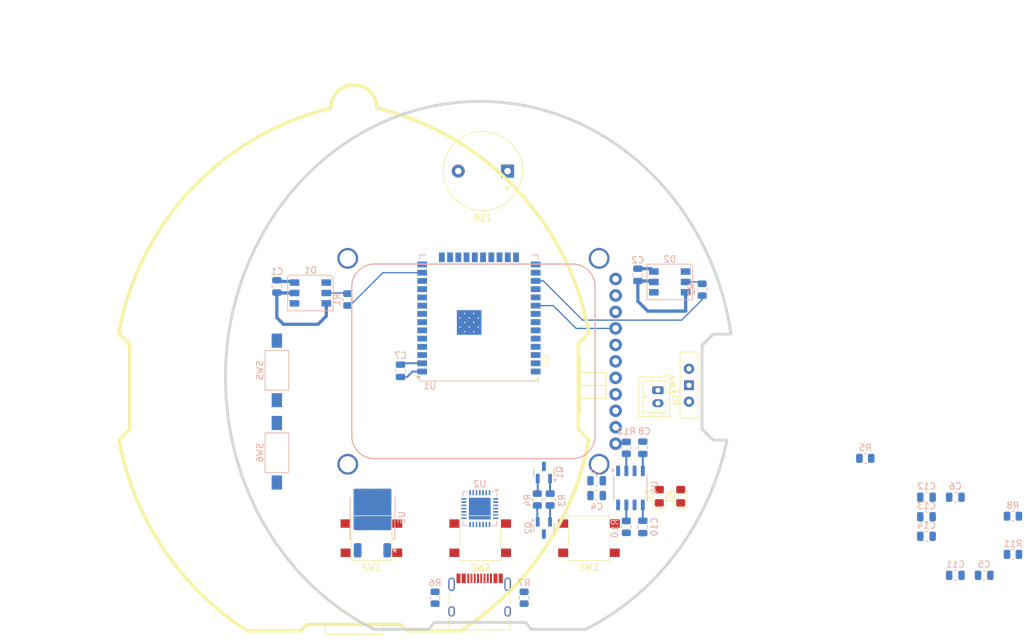
<source format=kicad_pcb>
(kicad_pcb (version 20240108) (generator "pcbnew") (generator_version "8.0")
  (layers (0 "F.Cu" signal) (31 "B.Cu" signal) (34 "B.Paste" user) (35 "F.Paste" user) (36 "B.SilkS" user "B.Silkscreen") (37 "F.SilkS" user "F.Silkscreen") (38 "B.Mask" user) (39 "F.Mask" user) (44 "Edge.Cuts" user))
  (net 0 "")
  (net 1 "/IO25")
  (net 2 "GND")
  (net 3 "+5v")
  (net 4 "3v3")
  (net 5 "/BAT")
  (net 8 "Net-(D1-DIN)")
  (net 10 "Net-(D2-DIN)")
  (net 12 "Net-(D3-K)")
  (net 13 "Net-(D4-K)")
  (net 14 "/USB_D+")
  (net 15 "VBUS")
  (net 16 "/CC2")
  (net 17 "/CC1")
  (net 18 "/USB_D-")
  (net 19 "/DTR")
  (net 20 "/GPIO0")
  (net 21 "/RESET")
  (net 22 "/RTS")
  (net 23 "Net-(Q2-B)")
  (net 24 "/IO14")
  (net 25 "/IO16")
  (net 26 "Net-(U2-TXD)")
  (net 27 "/RX0")
  (net 28 "/IO19")
  (net 29 "Net-(U3-BL)")
  (net 30 "Net-(U4-~{CHRG})")
  (net 31 "Net-(U4-~{STDBY})")
  (net 32 "Net-(U4-PROG)")
  (net 33 "/IO26")
  (net 34 "/IO33")
  (net 35 "/IO32")
  (net 36 "Net-(BT1-+)")
  (net 43 "/IO12")
  (net 49 "/IO23")
  (net 51 "/IO22")
  (net 54 "/IO21")
  (net 55 "/IO18")
  (net 57 "/TX0")
  (net 66 "/DCD")
  (net 68 "/CTS")
  (net 70 "/RI")
  (net 76 "/DSR")
  (net 83 "Net-(Q1-B)")
  (footprint "Button_Switch_THT:SW_Slide-03_Wuerth-WS-SLTV_10x2.5x6.4_P2.54mm" (layer "F.Cu") (at 181.356 105.664 90)
    (property "Reference" "SW4")
    (property "Value" "SW_SPDT")
  )
  (footprint "Connector_JST:JST_PH_B2B-PH-K_1x02_P2.00mm_Vertical" (layer "F.Cu") (at 176.572 106.442 -90)
    (property "Reference" "BT1")
    (property "Value" "Battery_Cell")
  )
  (footprint "Buzzer_Beeper:Buzzer_12x9.5RM7.6" (layer "F.Cu") (at 153.406 72.644 180)
    (property "Reference" "BZ1")
    (property "Value" "Buzzer")
  )
  (footprint "Connector_USB:USB_C_Receptacle_HRO_TYPE-C-31-M-12" (layer "F.Cu") (at 149.098 139.498)
    (property "Reference" "J1")
    (property "Value" "USB_C_Receptacle_USB2.0_14P")
  )
  (footprint "LED_SMD:LED_0805_2012Metric_Pad1.15x1.40mm_HandSolder" (layer "F.Cu") (at 176.784 122.782 90)
    (property "Reference" "D3")
    (property "Value" "LED")
  )
  (footprint "Button_Switch_SMD:SW_SPST_B3S-1000" (layer "F.Cu") (at 165.951 129.25 180)
    (property "Reference" "SW3")
    (property "Value" "SW_Push")
  )
  (footprint "Custom-Adafruit:Adafruit 1.69in 280x240 TFT" (layer "F.Cu") (at 149.098 101.981 90)
    (property "Reference" "U3")
    (property "Value" "~")
  )
  (footprint "Button_Switch_SMD:SW_SPST_B3S-1000" (layer "F.Cu") (at 149.187 129.25 180)
    (property "Reference" "SW2")
    (property "Value" "SW_Push")
  )
  (footprint "Button_Switch_SMD:SW_SPST_B3S-1000" (layer "F.Cu") (at 132.423 129.25 180)
    (property "Reference" "SW1")
    (property "Value" "SW_Push")
  )
  (footprint "LED_SMD:LED_0805_2012Metric_Pad1.15x1.40mm_HandSolder" (layer "F.Cu") (at 180.086 122.782 90)
    (property "Reference" "D4")
    (property "Value" "LED")
  )
  (footprint "Capacitor_SMD:C_0805_2012Metric" (layer "B.Cu") (at 222.4008 122.937 180)
    (property "Reference" "C6")
    (property "Value" "100nf")
  )
  (footprint "Resistor_SMD:R_0805_2012Metric" (layer "B.Cu") (at 171.704 115.316 -90)
    (property "Reference" "R12")
    (property "Value" "1k")
  )
  (footprint "Capacitor_SMD:C_0805_2012Metric" (layer "B.Cu") (at 167.132 120.396 180)
    (property "Reference" "C3")
    (property "Value" "10nf" (hide yes))
  )
  (footprint "Capacitor_SMD:C_0805_2012Metric" (layer "B.Cu") (at 217.9508 125.947 180)
    (property "Reference" "C13")
    (property "Value" "10uf")
  )
  (footprint "Button_Switch_SMD:SW_SPST_FSMSM" (layer "B.Cu") (at 117.856 116.078 -90)
    (property "Reference" "SW6")
    (property "Value" "Boot")
  )
  (footprint "Capacitor_SMD:C_0805_2012Metric" (layer "B.Cu") (at 136.906 103.444 -90)
    (property "Reference" "C7")
    (property "Value" "100nf")
  )
  (footprint "Resistor_SMD:R_0805_2012Metric" (layer "B.Cu") (at 208.534 116.938 180)
    (property "Reference" "R5")
    (property "Value" "470")
  )
  (footprint "LED_SMD:LED_WS2812_PLCC6_5.0x5.0mm_P1.6mm" (layer "B.Cu") (at 178.398 89.738 180)
    (property "Reference" "D2")
    (property "Value" "WS2812")
  )
  (footprint "LED_SMD:LED_WS2812_PLCC6_5.0x5.0mm_P1.6mm" (layer "B.Cu") (at 123.026 91.44 180)
    (property "Reference" "D1")
    (property "Value" "WS2812")
  )
  (footprint "Resistor_SMD:R_0805_2012Metric" (layer "B.Cu") (at 159.968129 123.2935 -90)
    (property "Reference" "R3")
    (property "Value" "12k")
  )
  (footprint "Package_TO_SOT_SMD:SOT-23" (layer "B.Cu") (at 159.004 119.126 90)
    (property "Reference" "Q1")
    (property "Value" "S8050")
  )
  (footprint "Resistor_SMD:R_0805_2012Metric" (layer "B.Cu") (at 171.704 127.508 -90)
    (property "Reference" "R10")
    (property "Value" "1k")
  )
  (footprint "Resistor_SMD:R_0805_2012Metric" (layer "B.Cu") (at 183.388 90.932 -90)
    (property "Reference" "R2")
    (property "Value" "1k")
  )
  (footprint "Resistor_SMD:R_0805_2012Metric" (layer "B.Cu") (at 155.956 138.43 90)
    (property "Reference" "R7")
    (property "Value" "5.1k")
  )
  (footprint "Capacitor_SMD:C_0805_2012Metric" (layer "B.Cu") (at 167.132 122.682)
    (property "Reference" "C4")
    (property "Value" "100nf" (hide yes))
  )
  (footprint "Capacitor_SMD:C_0805_2012Metric" (layer "B.Cu") (at 217.9508 122.937 180)
    (property "Reference" "C12")
    (property "Value" "10uf")
  )
  (footprint "Resistor_SMD:R_0805_2012Metric" (layer "B.Cu") (at 128.778 92.456 -90)
    (property "Reference" "R1")
    (property "Value" "1k")
  )
  (footprint "Capacitor_SMD:C_0805_2012Metric" (layer "B.Cu") (at 117.856 90.424 90)
    (property "Reference" "C1")
    (property "Value" "100nf")
  )
  (footprint "Resistor_SMD:R_0805_2012Metric" (layer "B.Cu") (at 231.2808 131.757 180)
    (property "Reference" "R11")
    (property "Value" "1k")
  )
  (footprint "Package_TO_SOT_SMD:TO-252-2" (layer "B.Cu") (at 132.589 126.077 90)
    (property "Reference" "U5")
    (property "Value" "LF33_TO252")
  )
  (footprint "Package_SO:SOP-8_3.9x4.9mm_P1.27mm" (layer "B.Cu") (at 172.339 121.497 -90)
    (property "Reference" "U4")
    (property "Value" "TP4056")
  )
  (footprint "Resistor_SMD:R_0805_2012Metric" (layer "B.Cu") (at 142.24 138.43 90)
    (property "Reference" "R6")
    (property "Value" "5.1k")
  )
  (footprint "Capacitor_SMD:C_0805_2012Metric" (layer "B.Cu") (at 226.8508 134.977 180)
    (property "Reference" "C5")
    (property "Value" "10nf")
  )
  (footprint "Package_DFN_QFN:QFN-28-1EP_5x5mm_P0.5mm_EP3.35x3.35mm" (layer "B.Cu") (at 149.122 124.69 180)
    (property "Reference" "U2")
    (property "Value" "CP2102N-Axx-xQFN28")
  )
  (footprint "Capacitor_SMD:C_0805_2012Metric" (layer "B.Cu") (at 174.244 127.5182 -90)
    (property "Reference" "C10")
    (property "Value" "100nf")
  )
  (footprint "Resistor_SMD:R_0805_2012Metric" (layer "B.Cu") (at 157.988 123.2935 90)
    (property "Reference" "R4")
    (property "Value" "12k")
  )
  (footprint "Capacitor_SMD:C_0805_2012Metric" (layer "B.Cu") (at 173.482 88.646 90)
    (property "Reference" "C2")
    (property "Value" "100nf")
  )
  (footprint "Package_TO_SOT_SMD:SOT-23" (layer "B.Cu") (at 159.002721 127.6835 -90)
    (property "Reference" "Q2")
    (property "Value" "S8050")
  )
  (footprint "Resistor_SMD:R_0805_2012Metric" (layer "B.Cu") (at 231.2808 125.857 180)
    (property "Reference" "R8")
    (property "Value" "0")
  )
  (footprint "Capacitor_SMD:C_0805_2012Metric" (layer "B.Cu") (at 174.244 115.316 90)
    (property "Reference" "C8")
    (property "Value" "10uf")
  )
  (footprint "Capacitor_SMD:C_0805_2012Metric" (layer "B.Cu") (at 222.4008 134.977 180)
    (property "Reference" "C11")
    (property "Value" "2.2uf")
  )
  (footprint "Button_Switch_SMD:SW_SPST_FSMSM" (layer "B.Cu") (at 117.856 103.378 -90)
    (property "Reference" "SW5")
    (property "Value" "Reset")
  )
  (footprint "Capacitor_SMD:C_0805_2012Metric" (layer "B.Cu") (at 217.9508 128.957 180)
    (property "Reference" "C14")
    (property "Value" "2.2uf")
  )
  (footprint "RF_Module:ESP32-WROOM-32U" (layer "B.Cu") (at 148.992 95.298)
    (property "Reference" "U1")
    (property "Value" "ESP32-WROOM-32U")
  )
  (gr_line (start 122.08434 64.13805) (end 121.84533 64.22238) (stroke (width 0.49987)) (layer "F.SilkS"))
  (gr_line (start 153.10384 138.05459) (end 153.2857 137.87755) (stroke (width 0.49987)) (layer "F.SilkS"))
  (gr_line (start 94.12504 116.7826) (end 94.18651 117.02873) (stroke (width 0.49987)) (layer "F.SilkS"))
  (gr_line (start 128.72517 59.50585) (end 128.48438 59.58586) (stroke (width 0.49987)) (layer "F.SilkS"))
  (gr_line (start 158.8262 131.28498) (end 158.96921 131.07569) (stroke (width 0.49987)) (layer "F.SilkS"))
  (gr_line (start 136.93623 63.98718) (end 136.69493 63.9064) (stroke (width 0.49987)) (layer "F.SilkS"))
  (gr_line (start 165.27374 117.02949) (end 165.33521 116.78336) (stroke (width 0.49987)) (layer "F.SilkS"))
  (gr_line (start 125.23216 63.1698) (end 124.98756 63.23584) (stroke (width 0.49987)) (layer "F.SilkS"))
  (gr_line (start 163.09188 88.11997) (end 162.99079 87.88654) (stroke (width 0.49987)) (layer "F.SilkS"))
  (gr_line (start 150.66391 71.59752) (end 150.46681 71.43674) (stroke (width 0.49987)) (layer "F.SilkS"))
  (gr_line (start 111.51261 69.54165) (end 111.30509 69.68719) (stroke (width 0.49987)) (layer "F.SilkS"))
  (gr_line (start 137.89711 64.32398) (end 137.65759 64.23762) (stroke (width 0.49987)) (layer "F.SilkS"))
  (gr_line (start 164.10737 101.40696) (end 164.60724 101.40696) (stroke (width 0.15011)) (layer "F.SilkS"))
  (gr_line (start 106.17429 137.87705) (end 106.35615 138.05408) (stroke (width 0.49987)) (layer "F.SilkS"))
  (gr_line (start 104.97566 75.13219) (end 104.80091 75.31558) (stroke (width 0.49987)) (layer "F.SilkS"))
  (gr_line (start 131.20421 59.68315) (end 130.96977 59.58586) (stroke (width 0.49987)) (layer "F.SilkS"))
  (gr_line (start 113.3089 143.55293) (end 121.5197 143.55293) (stroke (width 0.49987)) (layer "F.SilkS"))
  (gr_line (start 156.37866 134.5212) (end 156.5402 134.32562) (stroke (width 0.49987)) (layer "F.SilkS"))
  (gr_line (start 98.36887 127.61672) (end 98.49206 127.83846) (stroke (width 0.49987)) (layer "F.SilkS"))
  (gr_line (start 164.80409 118.7417) (end 164.87547 118.49837) (stroke (width 0.49987)) (layer "F.SilkS"))
  (gr_line (start 93.54185 114.05439) (end 95.18295 112.41304) (stroke (width 0.49987)) (layer "F.SilkS"))
  (gr_line (start 162.03168 125.81916) (end 162.14344 125.59157) (stroke (width 0.49987)) (layer "F.SilkS"))
  (gr_line (start 140.02843 65.16294) (end 139.79398 65.06439) (stroke (width 0.49987)) (layer "F.SilkS"))
  (gr_line (start 155.61387 76.3552) (end 155.44419 76.16546) (stroke (width 0.49987)) (layer "F.SilkS"))
  (gr_line (start 94.41866 93.6559) (end 94.35161 93.90025) (stroke (width 0.49987)) (layer "F.SilkS"))
  (gr_line (start 143.69822 66.92621) (end 143.47368 66.80607) (stroke (width 0.49987)) (layer "F.SilkS"))
  (gr_line (start 94.18651 117.02873) (end 94.24924 117.2746) (stroke (width 0.49987)) (layer "F.SilkS"))
  (gr_line (start 96.86646 87.00466) (end 96.76054 87.23503) (stroke (width 0.49987)) (layer "F.SilkS"))
  (gr_line (start 117.86489 65.86449) (end 117.63604 65.9732) (stroke (width 0.49987)) (layer "F.SilkS"))
  (gr_line (start 136.45287 63.82716) (end 136.21055 63.74918) (stroke (width 0.49987)) (layer "F.SilkS"))
  (gr_line (start 144.367 67.29451) (end 144.14475 67.17056) (stroke (width 0.49987)) (layer "F.SilkS"))
  (gr_line (start 101.07016 131.9083) (end 101.21799 132.11429) (stroke (width 0.49987)) (layer "F.SilkS"))
  (gr_line (start 160.06979 129.37084) (end 160.20161 129.15418) (stroke (width 0.49987)) (layer "F.SilkS"))
  (gr_line (start 94.7288 118.98427) (end 94.80271 119.22684) (stroke (width 0.49987)) (layer "F.SilkS"))
  (gr_line (start 103.11156 77.20381) (end 102.94874 77.39787) (stroke (width 0.49987)) (layer "F.SilkS"))
  (gr_line (start 101.08438 79.79944) (end 100.93681 80.00518) (stroke (width 0.49987)) (layer "F.SilkS"))
  (gr_line (start 164.10737 110.0069) (end 164.60724 110.0069) (stroke (width 0.15011)) (layer "F.SilkS"))
  (gr_line (start 156.44546 77.31887) (end 156.28138 77.12431) (stroke (width 0.49987)) (layer "F.SilkS"))
  (gr_line (start 125.72264 63.04204) (end 125.47727 63.10529) (stroke (width 0.49987)) (layer "F.SilkS"))
  (gr_line (start 94.65615 118.74119) (end 94.7288 118.98427) (stroke (width 0.49987)) (layer "F.SilkS"))
  (gr_line (start 164.60724 103.70693) (end 168.60724 103.70693) (stroke (width 0.15011)) (layer "F.SilkS"))
  (gr_line (start 133.05892 61.67501) (end 132.96164 61.44057) (stroke (width 0.49987)) (layer "F.SilkS"))
  (gr_line (start 163.56965 122.33987) (end 163.66135 122.10339) (stroke (width 0.49987)) (layer "F.SilkS"))
  (gr_line (start 158.17342 79.52131) (end 158.02229 79.31658) (stroke (width 0.49987)) (layer "F.SilkS"))
  (gr_line (start 126.31497 61.91581) (end 126.25223 62.16193) (stroke (width 0.49987)) (layer "F.SilkS"))
  (gr_line (start 118.32438 65.65113) (end 118.09426 65.7573) (stroke (width 0.49987)) (layer "F.SilkS"))
  (gr_line (start 144.58874 67.41999) (end 144.367 67.29451) (stroke (width 0.49987)) (layer "F.SilkS"))
  (gr_line (start 121.60682 64.30798) (end 121.36882 64.3951) (stroke (width 0.49987)) (layer "F.SilkS"))
  (gr_line (start 126.60605 61.2135) (end 126.49226 61.44057) (stroke (width 0.49987)) (layer "F.SilkS"))
  (gr_line (start 99.39046 129.37008) (end 99.52355 129.58598) (stroke (width 0.49987)) (layer "F.SilkS"))
  (gr_line (start 102.91979 134.32511) (end 103.08133 134.52069) (stroke (width 0.49987)) (layer "F.SilkS"))
  (gr_line (start 150.06244 140.74039) (end 150.2598 140.58062) (stroke (width 0.49987)) (layer "F.SilkS"))
  (gr_line (start 159.25165 130.65405) (end 159.39085 130.44221) (stroke (width 0.49987)) (layer "F.SilkS"))
  (gr_line (start 102.30892 78.184) (end 102.15169 78.38263) (stroke (width 0.49987)) (layer "F.SilkS"))
  (gr_line (start 96.88272 124.67362) (end 96.98914 124.904) (stroke (width 0.49987)) (layer "F.SilkS"))
  (gr_line (start 102.46716 77.98613) (end 102.30892 78.184) (stroke (width 0.49987)) (layer "F.SilkS"))
  (gr_line (start 112.35081 68.97167) (end 112.13999 69.11239) (stroke (width 0.49987)) (layer "F.SilkS"))
  (gr_line (start 158.68193 131.49377) (end 158.8262 131.28498) (stroke (width 0.49987)) (layer "F.SilkS"))
  (gr_line (start 161.2133 127.39497) (end 161.33395 127.17196) (stroke (width 0.49987)) (layer "F.SilkS"))
  (gr_line (start 160.16275 82.47685) (end 160.02889 82.26044) (stroke (width 0.49987)) (layer "F.SilkS"))
  (gr_line (start 154.70277 136.42518) (end 154.87523 136.23925) (stroke (width 0.49987)) (layer "F.SilkS"))
  (gr_line (start 160.42717 82.91195) (end 160.29559 82.69402) (stroke (width 0.49987)) (layer "F.SilkS"))
  (gr_line (start 165.17036 94.12885) (end 165.10432 93.88298) (stroke (width 0.49987)) (layer "F.SilkS"))
  (gr_line (start 95.96222 89.09812) (end 95.86849 89.33358) (stroke (width 0.49987)) (layer "F.SilkS"))
  (gr_line (start 94.09684 94.8812) (end 94.03665 95.12732) (stroke (width 0.49987)) (layer "F.SilkS"))
  (gr_line (start 162.57245 86.95817) (end 162.4645 86.7278) (stroke (width 0.49987)) (layer "F.SilkS"))
  (gr_line (start 163.57727 89.2965) (end 163.48304 89.06002) (stroke (width 0.49987)) (layer "F.SilkS"))
  (gr_line (start 98.86696 83.19186) (end 98.73895 83.4103) (stroke (width 0.49987)) (layer "F.SilkS"))
  (gr_line (start 129.72695 59.36184) (end 129.47346 59.37073) (stroke (width 0.49987)) (layer "F.SilkS"))
  (gr_line (start 99.52609 82.10957) (end 99.39173 82.32445) (stroke (width 0.49987)) (layer "F.SilkS"))
  (gr_line (start 124.49937 63.37224) (end 124.25604 63.44235) (stroke (width 0.49987)) (layer "F.SilkS"))
  (gr_line (start 165.29838 94.62135) (end 165.23513 94.37497) (stroke (width 0.49987)) (layer "F.SilkS"))
  (gr_line (start 163.94075 90.24773) (end 163.8521 90.00897) (stroke (width 0.49987)) (layer "F.SilkS"))
  (gr_line (start 158.96921 131.07569) (end 159.11094 130.86512) (stroke (width 0.49987)) (layer "F.SilkS"))
  (gr_line (start 124.98756 63.23584) (end 124.74321 63.30341) (stroke (width 0.49987)) (layer "F.SilkS"))
  (gr_line (start 162.68243 124.44349) (end 162.78657 124.21185) (stroke (width 0.49987)) (layer "F.SilkS"))
  (gr_line (start 97.65564 126.27204) (end 97.77146 126.49785) (stroke (width 0.49987)) (layer "F.SilkS"))
  (gr_line (start 96.98914 124.904) (end 97.09709 125.13361) (stroke (width 0.49987)) (layer "F.SilkS"))
  (gr_line (start 126.21438 62.92012) (end 125.96826 62.98032) (stroke (width 0.49987)) (layer "F.SilkS"))
  (gr_line (start 151.63623 72.41896) (end 151.44369 72.25234) (stroke (width 0.49987)) (layer "F.SilkS"))
  (gr_line (start 107.34371 72.84314) (end 107.15549 73.01281) (stroke (width 0.49987)) (layer "F.SilkS"))
  (gr_line (start 97.42831 125.81865) (end 97.54134 126.04573) (stroke (width 0.49987)) (layer "F.SilkS"))
  (gr_line (start 140.49604 65.36462) (end 140.26261 65.26302) (stroke (width 0.49987)) (layer "F.SilkS"))
  (gr_line (start 164.73145 118.98478) (end 164.80409 118.7417) (stroke (width 0.49987)) (layer "F.SilkS"))
  (gr_line (start 152.95626 73.61555) (end 152.77059 73.44131) (stroke (width 0.49987)) (layer "F.SilkS"))
  (gr_line (start 165.8996 97.35566) (end 165.85235 97.10573) (stroke (width 0.49987)) (layer "F.SilkS"))
  (gr_line (start 116.95329 66.30747) (end 116.72697 66.42151) (stroke (width 0.49987)) (layer "F.SilkS"))
  (gr_line (start 107.27995 138.92302) (end 107.46766 139.09371) (stroke (width 0.49987)) (layer "F.SilkS"))
  (gr_line (start 164.60089 92.17381) (end 164.52317 91.93149) (stroke (width 0.49987)) (layer "F.SilkS"))
  (gr_line (start 120.42217 64.75705) (end 120.18696 64.85103) (stroke (width 0.49987)) (layer "F.SilkS"))
  (gr_line (start 144.80947 67.54648) (end 144.58874 67.41999) (stroke (width 0.49987)) (layer "F.SilkS"))
  (gr_line (start 130.48285 59.44312) (end 130.23317 59.3979) (stroke (width 0.49987)) (layer "F.SilkS"))
  (gr_line (start 93.51468 97.60611) (end 95.18295 99.27438) (stroke (width 0.49987)) (layer "F.SilkS"))
  (gr_line (start 163.47644 122.57583) (end 163.56965 122.33987) (stroke (width 0.49987)) (layer "F.SilkS"))
  (gr_line (start 147.41906 142.71092) (end 147.6276 142.56639) (stroke (width 0.49987)) (layer "F.SilkS"))
  (gr_line (start 146.99971 142.99642) (end 147.20977 142.85418) (stroke (width 0.49987)) (layer "F.SilkS"))
  (gr_line (start 135.72465 63.59779) (end 135.48081 63.52413) (stroke (width 0.49987)) (layer "F.SilkS"))
  (gr_line (start 102.7872 77.59319) (end 102.62642 77.78903) (stroke (width 0.49987)) (layer "F.SilkS"))
  (gr_line (start 162.78657 124.21185) (end 162.88893 123.97994) (stroke (width 0.49987)) (layer "F.SilkS"))
  (gr_line (start 168.50741 106.90683) (end 168.60749 107.0069) (stroke (width 0.15011)) (layer "F.SilkS"))
  (gr_line (start 149.26361 70.49593) (end 149.0599 70.34327) (stroke (width 0.49987)) (layer "F.SilkS"))
  (gr_line (start 154.04796 74.68362) (end 153.86863 74.50278) (stroke (width 0.49987)) (layer "F.SilkS"))
  (gr_line (start 109.87736 70.73926) (end 109.6767 70.8942) (stroke (width 0.49987)) (layer "F.SilkS"))
  (gr_line (start 161.78861 85.35823) (end 161.67151 85.13217) (stroke (width 0.49987)) (layer "F.SilkS"))
  (gr_line (start 163.75203 121.86641) (end 163.84093 121.62892) (stroke (width 0.49987)) (layer "F.SilkS"))
  (gr_line (start 94.37929 117.76507) (end 94.44635 118.00967) (stroke (width 0.49987)) (layer "F.SilkS"))
  (gr_line (start 114.28324 67.76136) (end 114.06531 67.89065) (stroke (width 0.49987)) (layer "F.SilkS"))
  (gr_line (start 107.65638 139.26338) (end 107.84612 139.43178) (stroke (width 0.49987)) (layer "F.SilkS"))
  (gr_line (start 108.49331 71.84848) (end 108.29925 72.01154) (stroke (width 0.49987)) (layer "F.SilkS"))
  (gr_line (start 95.27617 120.67337) (end 95.35973 120.91289) (stroke (width 0.49987)) (layer "F.SilkS"))
  (gr_line (start 153.82469 137.3406) (end 154.00249 137.1595) (stroke (width 0.49987)) (layer "F.SilkS"))
  (gr_line (start 110.89285 69.98183) (end 110.68787 70.13093) (stroke (width 0.49987)) (layer "F.SilkS"))
  (gr_line (start 150.65121 140.25804) (end 150.84578 140.09523) (stroke (width 0.49987)) (layer "F.SilkS"))
  (gr_line (start 165.21075 117.27511) (end 165.27374 117.02949) (stroke (width 0.49987)) (layer "F.SilkS"))
  (gr_line (start 135.48081 63.52413) (end 135.23672 63.452) (stroke (width 0.49987)) (layer "F.SilkS"))
  (gr_line (start 104.24313 135.86359) (end 104.41331 136.0518) (stroke (width 0.49987)) (layer "F.SilkS"))
  (gr_line (start 116.50117 66.53683) (end 116.27638 66.65341) (stroke (width 0.49987)) (layer "F.SilkS"))
  (gr_line (start 104.93071 136.60984) (end 105.1052 136.79399) (stroke (width 0.49987)) (layer "F.SilkS"))
  (gr_line (start 100.21596 81.04709) (end 100.0755 81.25816) (stroke (width 0.49987)) (layer "F.SilkS"))
  (gr_line (start 108.61421 140.09472) (end 108.80852 140.25753) (stroke (width 0.49987)) (layer "F.SilkS"))
  (gr_line (start 98.8695 128.49937) (end 98.99803 128.71806) (stroke (width 0.49987)) (layer "F.SilkS"))
  (gr_line (start 160.46222 128.71857) (end 160.59049 128.49987) (stroke (width 0.49987)) (layer "F.SilkS"))
  (gr_line (start 100.64471 80.41945) (end 100.50069 80.62799) (stroke (width 0.49987)) (layer "F.SilkS"))
  (gr_line (start 163.38195 122.81129) (end 163.47644 122.57583) (stroke (width 0.49987)) (layer "F.SilkS"))
  (gr_line (start 93.75775 96.36329) (end 93.70619 96.61119) (stroke (width 0.49987)) (layer "F.SilkS"))
  (gr_line (start 101.53473 79.18704) (end 101.3836 79.39024) (stroke (width 0.49987)) (layer "F.SilkS"))
  (gr_line (start 157.48585 133.13309) (end 157.63926 132.93116) (stroke (width 0.49987)) (layer "F.SilkS"))
  (gr_line (start 100.93681 80.00518) (end 100.79025 80.21193) (stroke (width 0.49987)) (layer "F.SilkS"))
  (gr_line (start 96.05722 88.86317) (end 95.96222 89.09812) (stroke (width 0.49987)) (layer "F.SilkS"))
  (gr_line (start 165.51123 116.04295) (end 165.56711 115.79556) (stroke (width 0.49987)) (layer "F.SilkS"))
  (gr_line (start 124.25604 63.44235) (end 124.01296 63.51423) (stroke (width 0.49987)) (layer "F.SilkS"))
  (gr_line (start 127.03963 60.58916) (end 126.88037 60.78678) (stroke (width 0.49987)) (layer "F.SilkS"))
  (gr_line (start 99.25863 82.5401) (end 99.12681 82.75676) (stroke (width 0.49987)) (layer "F.SilkS"))
  (gr_line (start 111.30509 69.68719) (end 111.09859 69.834) (stroke (width 0.49987)) (layer "F.SilkS"))
  (gr_line (start 96.36989 123.5136) (end 96.46997 123.74677) (stroke (width 0.49987)) (layer "F.SilkS"))
  (gr_line (start 132.05562 60.23026) (end 131.85801 60.071) (stroke (width 0.49987)) (layer "F.SilkS"))
  (gr_line (start 164.36391 91.44788) (end 164.28212 91.20683) (stroke (width 0.49987)) (layer "F.SilkS"))
  (gr_line (start 154.87523 136.23925) (end 155.04668 136.05206) (stroke (width 0.49987)) (layer "F.SilkS"))
  (gr_line (start 152.77059 73.44131) (end 152.58415 73.26808) (stroke (width 0.49987)) (layer "F.SilkS"))
  (gr_line (start 107.15549 73.01281) (end 106.96829 73.18375) (stroke (width 0.49987)) (layer "F.SilkS"))
  (gr_line (start 99.93097 130.22885) (end 100.06915 130.4417) (stroke (width 0.49987)) (layer "F.SilkS"))
  (gr_line (start 150.45589 140.41984) (end 150.65121 140.25804) (stroke (width 0.49987)) (layer "F.SilkS"))
  (gr_line (start 99.9363 81.46974) (end 99.79838 81.68234) (stroke (width 0.49987)) (layer "F.SilkS"))
  (gr_line (start 133.28295 62.91784) (end 133.27406 62.66409) (stroke (width 0.49987)) (layer "F.SilkS"))
  (gr_line (start 108.80852 140.25753) (end 109.00385 140.41959) (stroke (width 0.49987)) (layer "F.SilkS"))
  (gr_line (start 109.20019 140.58037) (end 109.3973 140.73988) (stroke (width 0.49987)) (layer "F.SilkS"))
  (gr_line (start 164.26638 120.4341) (end 164.3474 120.19357) (stroke (width 0.49987)) (layer "F.SilkS"))
  (gr_line (start 100.06915 130.4417) (end 100.20859 130.65354) (stroke (width 0.49987)) (layer "F.SilkS"))
  (gr_line (start 95.44482 121.15191) (end 95.53144 121.39041) (stroke (width 0.49987)) (layer "F.SilkS"))
  (gr_line (start 148.23644 69.74459) (end 148.02841 69.59804) (stroke (width 0.49987)) (layer "F.SilkS"))
  (gr_line (start 106.78186 73.35546) (end 106.59669 73.52843) (stroke (width 0.49987)) (layer "F.SilkS"))
  (gr_line (start 98.6122 83.62976) (end 98.48673 83.84998) (stroke (width 0.49987)) (layer "F.SilkS"))
  (gr_line (start 101.23348 79.59421) (end 101.08438 79.79944) (stroke (width 0.49987)) (layer "F.SilkS"))
  (gr_line (start 103.44074 76.81849) (end 103.27564 77.01077) (stroke (width 0.49987)) (layer "F.SilkS"))
  (gr_line (start 161.67151 85.13217) (end 161.55289 84.90687) (stroke (width 0.49987)) (layer "F.SilkS"))
  (gr_line (start 163.18865 123.28043) (end 163.28594 123.04599) (stroke (width 0.49987)) (layer "F.SilkS"))
  (gr_line (start 99.65817 129.80112) (end 99.79381 130.01549) (stroke (width 0.49987)) (layer "F.SilkS"))
  (gr_line (start 97.20631 125.36247) (end 97.31655 125.59081) (stroke (width 0.49987)) (layer "F.SilkS"))
  (gr_line (start 101.99574 78.58252) (end 101.8408 78.78293) (stroke (width 0.49987)) (layer "F.SilkS"))
  (gr_line (start 165.47973 95.36329) (end 165.42081 95.11564) (stroke (width 0.49987)) (layer "F.SilkS"))
  (gr_line (start 118.09426 65.7573) (end 117.86489 65.86449) (stroke (width 0.49987)) (layer "F.SilkS"))
  (gr_line (start 128.97104 59.44312) (end 128.72517 59.50585) (stroke (width 0.49987)) (layer "F.SilkS"))
  (gr_line (start 136.93445 142.54684) (end 137.9408 143.55293) (stroke (width 0.49987)) (layer "F.SilkS"))
  (gr_line (start 122.32386 64.05525) (end 122.08434 64.13805) (stroke (width 0.49987)) (layer "F.SilkS"))
  (gr_line (start 115.60556 67.01105) (end 115.38331 67.13297) (stroke (width 0.49987)) (layer "F.SilkS"))
  (gr_line (start 146.54861 68.60566) (end 146.33398 68.46875) (stroke (width 0.49987)) (layer "F.SilkS"))
  (gr_line (start 122.52579 142.54684) (end 136.93445 142.54684) (stroke (width 0.49987)) (layer "F.SilkS"))
  (gr_line (start 152.39645 73.09612) (end 152.20798 72.92518) (stroke (width 0.49987)) (layer "F.SilkS"))
  (gr_line (start 140.72896 65.46749) (end 140.49604 65.36462) (stroke (width 0.49987)) (layer "F.SilkS"))
  (gr_line (start 109.59542 140.89838) (end 109.7943 141.05586) (stroke (width 0.49987)) (layer "F.SilkS"))
  (gr_line (start 94.80271 119.22684) (end 94.87815 119.46916) (stroke (width 0.49987)) (layer "F.SilkS"))
  (gr_line (start 97.08211 86.54619) (end 96.97365 86.77504) (stroke (width 0.49987)) (layer "F.SilkS"))
  (gr_line (start 168.50741 106.70693) (end 168.60749 106.60685) (stroke (width 0.15011)) (layer "F.SilkS"))
  (gr_line (start 95.03334 119.95227) (end 95.11284 120.19306) (stroke (width 0.49987)) (layer "F.SilkS"))
  (gr_line (start 93.97797 95.37396) (end 93.92082 95.62059) (stroke (width 0.49987)) (layer "F.SilkS"))
  (gr_line (start 163.38728 88.82431) (end 163.29025 88.58885) (stroke (width 0.49987)) (layer "F.SilkS"))
  (gr_line (start 132.96164 61.44057) (end 132.8481 61.2135) (stroke (width 0.49987)) (layer "F.SilkS"))
  (gr_line (start 93.78569 115.29899) (end 93.83853 115.54714) (stroke (width 0.49987)) (layer "F.SilkS"))
  (gr_line (start 146.11833 68.33337) (end 145.90218 68.199) (stroke (width 0.49987)) (layer "F.SilkS"))
  (gr_line (start 103.60686 76.62723) (end 103.44074 76.81849) (stroke (width 0.49987)) (layer "F.SilkS"))
  (gr_line (start 111.09859 69.834) (end 110.89285 69.98183) (stroke (width 0.49987)) (layer "F.SilkS"))
  (gr_line (start 96.77756 124.44273) (end 96.88272 124.67362) (stroke (width 0.49987)) (layer "F.SilkS"))
  (gr_line (start 157.01798 133.73329) (end 157.1752 133.53415) (stroke (width 0.49987)) (layer "F.SilkS"))
  (gr_line (start 164.60724 107.70693) (end 168.60749 107.70693) (stroke (width 0.15011)) (layer "F.SilkS"))
  (gr_line (start 161.91865 126.04623) (end 162.03168 125.81916) (stroke (width 0.49987)) (layer "F.SilkS"))
  (gr_line (start 147.6276 142.56639) (end 147.83512 142.4206) (stroke (width 0.49987)) (layer "F.SilkS"))
  (gr_line (start 132.71856 60.99531) (end 132.57378 60.78678) (stroke (width 0.49987)) (layer "F.SilkS"))
  (gr_line (start 139.32307 64.87084) (end 139.08659 64.77635) (stroke (width 0.49987)) (layer "F.SilkS"))
  (gr_line (start 164.19881 90.96629) (end 164.11423 90.72626) (stroke (width 0.49987)) (layer "F.SilkS"))
  (gr_line (start 98.61677 128.05944) (end 98.7425 128.27966) (stroke (width 0.49987)) (layer "F.SilkS"))
  (gr_line (start 111.72089 69.39738) (end 111.51261 69.54165) (stroke (width 0.49987)) (layer "F.SilkS"))
  (gr_line (start 109.7943 141.05586) (end 109.9942 141.21207) (stroke (width 0.49987)) (layer "F.SilkS"))
  (gr_line (start 97.31655 125.59081) (end 97.42831 125.81865) (stroke (width 0.49987)) (layer "F.SilkS"))
  (gr_line (start 110.48391 70.2813) (end 110.28096 70.43268) (stroke (width 0.49987)) (layer "F.SilkS"))
  (gr_line (start 163.92881 121.39092) (end 164.01517 121.15242) (stroke (width 0.49987)) (layer "F.SilkS"))
  (gr_line (start 103.40772 134.90931) (end 103.57257 135.1021) (stroke (width 0.49987)) (layer "F.SilkS"))
  (gr_line (start 93.89314 115.79479) (end 93.94902 116.04219) (stroke (width 0.49987)) (layer "F.SilkS"))
  (gr_line (start 98.23958 84.29244) (end 98.11817 84.51469) (stroke (width 0.49987)) (layer "F.SilkS"))
  (gr_line (start 138.13613 64.41161) (end 137.89711 64.32398) (stroke (width 0.49987)) (layer "F.SilkS"))
  (gr_line (start 102.44201 133.73304) (end 102.6 133.93116) (stroke (width 0.49987)) (layer "F.SilkS"))
  (gr_line (start 95.19387 120.43334) (end 95.27617 120.67337) (stroke (width 0.49987)) (layer "F.SilkS"))
  (gr_line (start 165.64814 96.10802) (end 165.59353 95.8596) (stroke (width 0.49987)) (layer "F.SilkS"))
  (gr_line (start 147.20977 142.85418) (end 147.41906 142.71092) (stroke (width 0.49987)) (layer "F.SilkS"))
  (gr_line (start 156.05227 134.90956) (end 156.2161 134.71602) (stroke (width 0.49987)) (layer "F.SilkS"))
  (gr_line (start 125.29846 144.12087) (end 125.29846 142.69085) (stroke (width 0.127)) (layer "F.SilkS"))
  (gr_line (start 98.99625 82.97368) (end 98.86696 83.19186) (stroke (width 0.49987)) (layer "F.SilkS"))
  (gr_line (start 151.25015 72.08698) (end 151.05584 71.92264) (stroke (width 0.49987)) (layer "F.SilkS"))
  (gr_line (start 130.72872 59.50585) (end 130.48285 59.44312) (stroke (width 0.49987)) (layer "F.SilkS"))
  (gr_line (start 159.33979 81.19034) (end 159.19831 80.97876) (stroke (width 0.49987)) (layer "F.SilkS"))
  (gr_line (start 152.20798 72.92518) (end 152.01824 72.75526) (stroke (width 0.49987)) (layer "F.SilkS"))
  (gr_line (start 110.39653 141.52093) (end 110.59922 141.67384) (stroke (width 0.49987)) (layer "F.SilkS"))
  (gr_line (start 93.63507 114.55299) (end 93.68384 114.80191) (stroke (width 0.49987)) (layer "F.SilkS"))
  (gr_line (start 162.99028 123.74728) (end 163.0901 123.51411) (stroke (width 0.49987)) (layer "F.SilkS"))
  (gr_line (start 135.96773 63.67272) (end 135.72465 63.59779) (stroke (width 0.49987)) (layer "F.SilkS"))
  (gr_line (start 107.46766 139.09371) (end 107.65638 139.26338) (stroke (width 0.49987)) (layer "F.SilkS"))
  (gr_line (start 151.82774 72.5866) (end 151.63623 72.41896) (stroke (width 0.49987)) (layer "F.SilkS"))
  (gr_line (start 153.68829 74.3232) (end 153.50668 74.14489) (stroke (width 0.49987)) (layer "F.SilkS"))
  (gr_line (start 129.22098 59.3979) (end 128.97104 59.44312) (stroke (width 0.49987)) (layer "F.SilkS"))
  (gr_line (start 105.1052 136.79399) (end 105.28072 136.97687) (stroke (width 0.49987)) (layer "F.SilkS"))
  (gr_line (start 156.2161 134.71602) (end 156.37866 134.5212) (stroke (width 0.49987)) (layer "F.SilkS"))
  (gr_line (start 102.6 133.93116) (end 102.75926 134.12877) (stroke (width 0.49987)) (layer "F.SilkS"))
  (gr_line (start 161.68878 126.49861) (end 161.80435 126.2728) (stroke (width 0.49987)) (layer "F.SilkS"))
  (gr_line (start 126.88037 60.78678) (end 126.73559 60.99531) (stroke (width 0.49987)) (layer "F.SilkS"))
  (gr_line (start 104.11206 76.05903) (end 103.94265 76.2475) (stroke (width 0.49987)) (layer "F.SilkS"))
  (gr_line (start 97.99778 84.73771) (end 97.87865 84.96148) (stroke (width 0.49987)) (layer "F.SilkS"))
  (gr_line (start 142.113 66.11265) (end 141.8839 66.0019) (stroke (width 0.49987)) (layer "F.SilkS"))
  (gr_line (start 152.73732 138.40537) (end 152.92096 138.23036) (stroke (width 0.49987)) (layer "F.SilkS"))
  (gr_line (start 149.66544 141.05611) (end 149.86458 140.89888) (stroke (width 0.49987)) (layer "F.SilkS"))
  (gr_line (start 164.27095 99.27438) (end 165.93922 97.60611) (stroke (width 0.49987)) (layer "F.SilkS"))
  (gr_line (start 154.52929 136.61035) (end 154.70277 136.42518) (stroke (width 0.49987)) (layer "F.SilkS"))
  (gr_line (start 99.52355 129.58598) (end 99.65817 129.80112) (stroke (width 0.49987)) (layer "F.SilkS"))
  (gr_line (start 97.41561 85.86293) (end 97.30309 86.09) (stroke (width 0.49987)) (layer "F.SilkS"))
  (gr_line (start 164.11423 90.72626) (end 164.02812 90.48674) (stroke (width 0.49987)) (layer "F.SilkS"))
  (gr_line (start 106.90733 138.57859) (end 107.09326 138.75131) (stroke (width 0.49987)) (layer "F.SilkS"))
  (gr_line (start 150.26844 71.27698) (end 150.0693 71.11848) (stroke (width 0.49987)) (layer "F.SilkS"))
  (gr_line (start 165.08095 117.76558) (end 165.14649 117.52047) (stroke (width 0.49987)) (layer "F.SilkS"))
  (gr_line (start 100.63404 131.28448) (end 100.77806 131.49326) (stroke (width 0.49987)) (layer "F.SilkS"))
  (gr_line (start 147.81937 69.45249) (end 147.60956 69.30822) (stroke (width 0.49987)) (layer "F.SilkS"))
  (gr_line (start 162.01924 85.81213) (end 161.90468 85.5848) (stroke (width 0.49987)) (layer "F.SilkS"))
  (gr_line (start 168.60724 105.70693) (end 168.60749 105.70693) (stroke (width 0.15011)) (layer "F.SilkS"))
  (gr_line (start 157.1752 133.53415) (end 157.33091 133.334) (stroke (width 0.49987)) (layer "F.SilkS"))
  (gr_line (start 158.91155 80.55814) (end 158.76651 80.34909) (stroke (width 0.49987)) (layer "F.SilkS"))
  (gr_line (start 117.63604 65.9732) (end 117.40769 66.08344) (stroke (width 0.49987)) (layer "F.SilkS"))
  (gr_line (start 146.76247 68.74383) (end 146.54861 68.60566) (stroke (width 0.49987)) (layer "F.SilkS"))
  (gr_line (start 165.59353 95.8596) (end 165.53739 95.61119) (stroke (width 0.49987)) (layer "F.SilkS"))
  (gr_line (start 159.19831 80.97876) (end 159.05557 80.76819) (stroke (width 0.49987)) (layer "F.SilkS"))
  (gr_line (start 112.04067 142.71041) (end 112.24997 142.85392) (stroke (width 0.49987)) (layer "F.SilkS"))
  (gr_line (start 158.09316 132.32029) (end 158.242 132.1148) (stroke (width 0.49987)) (layer "F.SilkS"))
  (gr_line (start 160.81401 83.57032) (end 160.68625 83.3501) (stroke (width 0.49987)) (layer "F.SilkS"))
  (gr_line (start 162.24454 86.26856) (end 162.13252 86.03996) (stroke (width 0.49987)) (layer "F.SilkS"))
  (gr_line (start 146.57705 143.27709) (end 146.78889 143.13739) (stroke (width 0.49987)) (layer "F.SilkS"))
  (gr_line (start 163.67024 89.53348) (end 163.57727 89.2965) (stroke (width 0.49987)) (layer "F.SilkS"))
  (gr_line (start 105.4575 137.15899) (end 105.63505 137.34009) (stroke (width 0.49987)) (layer "F.SilkS"))
  (gr_line (start 96.97365 86.77504) (end 96.86646 87.00466) (stroke (width 0.49987)) (layer "F.SilkS"))
  (gr_line (start 95.98381 122.57532) (end 96.0783 122.81078) (stroke (width 0.49987)) (layer "F.SilkS"))
  (gr_line (start 95.61907 121.62841) (end 95.70822 121.8659) (stroke (width 0.49987)) (layer "F.SilkS"))
  (gr_line (start 154.57958 75.2315) (end 154.40356 75.04786) (stroke (width 0.49987)) (layer "F.SilkS"))
  (gr_line (start 161.90468 85.5848) (end 161.78861 85.35823) (stroke (width 0.49987)) (layer "F.SilkS"))
  (gr_line (start 118.55527 65.54648) (end 118.32438 65.65113) (stroke (width 0.49987)) (layer "F.SilkS"))
  (gr_line (start 160.96793 127.83897) (end 161.09138 127.61748) (stroke (width 0.49987)) (layer "F.SilkS"))
  (gr_line (start 119.01856 65.341) (end 118.78666 65.4431) (stroke (width 0.49987)) (layer "F.SilkS"))
  (gr_line (start 162.99079 87.88654) (end 162.88817 87.65363) (stroke (width 0.49987)) (layer "F.SilkS"))
  (gr_line (start 94.92869 91.95715) (end 94.85173 92.19845) (stroke (width 0.49987)) (layer "F.SilkS"))
  (gr_line (start 162.4645 86.7278) (end 162.35503 86.49793) (stroke (width 0.49987)) (layer "F.SilkS"))
  (gr_line (start 94.95511 119.71071) (end 95.03334 119.95227) (stroke (width 0.49987)) (layer "F.SilkS"))
  (gr_line (start 93.83853 115.54714) (end 93.89314 115.79479) (stroke (width 0.49987)) (layer "F.SilkS"))
  (gr_line (start 162.36315 125.13412) (end 162.47085 124.9045) (stroke (width 0.49987)) (layer "F.SilkS"))
  (gr_line (start 106.59669 73.52843) (end 106.41254 73.70242) (stroke (width 0.49987)) (layer "F.SilkS"))
  (gr_line (start 98.2467 127.39447) (end 98.36887 127.61672) (stroke (width 0.49987)) (layer "F.SilkS"))
  (gr_line (start 133.51688 62.98642) (end 133.26974 62.92571) (stroke (width 0.49987)) (layer "F.SilkS"))
  (gr_line (start 108.88396 71.5259) (end 108.68813 71.68668) (stroke (width 0.49987)) (layer "F.SilkS"))
  (gr_line (start 156.9306 77.90841) (end 156.77007 77.71105) (stroke (width 0.49987)) (layer "F.SilkS"))
  (gr_line (start 158.38983 131.90881) (end 158.53639 131.70154) (stroke (width 0.49987)) (layer "F.SilkS"))
  (gr_line (start 135.23672 63.452) (end 134.99237 63.38113) (stroke (width 0.49987)) (layer "F.SilkS"))
  (gr_line (start 123.04497 63.81496) (end 122.80418 63.8937) (stroke (width 0.49987)) (layer "F.SilkS"))
  (gr_line (start 151.44369 72.25234) (end 151.25015 72.08698) (stroke (width 0.49987)) (layer "F.SilkS"))
  (gr_line (start 116.0521 66.77127) (end 115.82832 66.89065) (stroke (width 0.49987)) (layer "F.SilkS"))
  (gr_line (start 161.09138 127.61748) (end 161.2133 127.39497) (stroke (width 0.49987)) (layer "F.SilkS"))
  (gr_line (start 157.94305 132.52476) (end 158.09316 132.32029) (stroke (width 0.49987)) (layer "F.SilkS"))
  (gr_line (start 164.75177 92.65997) (end 164.67709 92.41663) (stroke (width 0.49987)) (layer "F.SilkS"))
  (gr_line (start 117.18011 66.19469) (end 116.95329 66.30747) (stroke (width 0.49987)) (layer "F.SilkS"))
  (gr_line (start 164.89706 93.1479) (end 164.82518 92.90381) (stroke (width 0.49987)) (layer "F.SilkS"))
  (gr_line (start 105.15169 74.94982) (end 104.97566 75.13219) (stroke (width 0.49987)) (layer "F.SilkS"))
  (gr_line (start 134.50215 63.24397) (end 134.25628 63.17742) (stroke (width 0.49987)) (layer "F.SilkS"))
  (gr_line (start 109.47731 71.05041) (end 109.27868 71.20763) (stroke (width 0.49987)) (layer "F.SilkS"))
  (gr_line (start 97.30309 86.09) (end 97.19183 86.31784) (stroke (width 0.49987)) (layer "F.SilkS"))
  (gr_line (start 113.41659 68.28689) (end 113.20171 68.42125) (stroke (width 0.49987)) (layer "F.SilkS"))
  (gr_line (start 95.08719 91.47582) (end 95.00718 91.7161) (stroke (width 0.49987)) (layer "F.SilkS"))
  (gr_line (start 157.24836 78.30617) (end 157.09011 78.10678) (stroke (width 0.49987)) (layer "F.SilkS"))
  (gr_line (start 133.13893 61.91581) (end 133.05892 61.67501) (stroke (width 0.49987)) (layer "F.SilkS"))
  (gr_line (start 103.57257 135.1021) (end 103.73843 135.29387) (stroke (width 0.49987)) (layer "F.SilkS"))
  (gr_line (start 155.44419 76.16546) (end 155.27351 75.97674) (stroke (width 0.49987)) (layer "F.SilkS"))
  (gr_line (start 96.76054 87.23503) (end 96.65615 87.46567) (stroke (width 0.49987)) (layer "F.SilkS"))
  (gr_line (start 104.07371 135.67461) (end 104.24313 135.86359) (stroke (width 0.49987)) (layer "F.SilkS"))
  (gr_line (start 93.81059 96.11538) (end 93.75775 96.36329) (stroke (width 0.49987)) (layer "F.SilkS"))
  (gr_line (start 158.32354 79.72705) (end 158.17342 79.52131) (stroke (width 0.49987)) (layer "F.SilkS"))
  (gr_line (start 161.45358 126.94819) (end 161.57169 126.72365) (stroke (width 0.49987)) (layer "F.SilkS"))
  (gr_line (start 146.15135 143.55293) (end 146.36471 143.41552) (stroke (width 0.49987)) (layer "F.SilkS"))
  (gr_line (start 168.50741 106.90683) (end 168.50741 106.70693) (stroke (width 0.15011)) (layer "F.SilkS"))
  (gr_line (start 149.4663 70.64985) (end 149.26361 70.49593) (stroke (width 0.49987)) (layer "F.SilkS"))
  (gr_line (start 140.96111 65.57163) (end 140.72896 65.46749) (stroke (width 0.49987)) (layer "F.SilkS"))
  (gr_line (start 153.14067 73.79081) (end 152.95626 73.61555) (stroke (width 0.49987)) (layer "F.SilkS"))
  (gr_line (start 155.55443 135.48513) (end 155.72131 135.29437) (stroke (width 0.49987)) (layer "F.SilkS"))
  (gr_line (start 164.60724 105.70693) (end 168.60724 105.70693) (stroke (width 0.15011)) (layer "F.SilkS"))
  (gr_line (start 153.4663 137.6995) (end 153.64613 137.52068) (stroke (width 0.49987)) (layer "F.SilkS"))
  (gr_line (start 122.56364 63.97371) (end 122.32386 64.05525) (stroke (width 0.49987)) (layer "F.SilkS"))
  (gr_line (start 110.80242 141.82548) (end 111.00689 141.97584) (stroke (width 0.49987)) (layer "F.SilkS"))
  (gr_line (start 137.41756 64.15278) (end 137.17728 64.06922) (stroke (width 0.49987)) (layer "F.SilkS"))
  (gr_line (start 152.36673 138.75182) (end 152.5524 138.5791) (stroke (width 0.49987)) (layer "F.SilkS"))
  (gr_line (start 112.24997 142.85392) (end 112.46003 142.99591) (stroke (width 0.49987)) (layer "F.SilkS"))
  (gr_line (start 140.26261 65.26302) (end 140.02843 65.16294) (stroke (width 0.49987)) (layer "F.SilkS"))
  (gr_line (start 164.67709 92.41663) (end 164.60089 92.17381) (stroke (width 0.49987)) (layer "F.SilkS"))
  (gr_line (start 160.94025 83.7913) (end 160.81401 83.57032) (stroke (width 0.49987)) (layer "F.SilkS"))
  (gr_line (start 155.78252 76.54595) (end 155.61387 76.3552) (stroke (width 0.49987)) (layer "F.SilkS"))
  (gr_line (start 97.8883 126.72314) (end 98.00641 126.94768) (stroke (width 0.49987)) (layer "F.SilkS"))
  (gr_line (start 152.58415 73.26808) (end 152.39645 73.09612) (stroke (width 0.49987)) (layer "F.SilkS"))
  (gr_line (start 106.41254 73.70242) (end 106.22941 73.87743) (stroke (width 0.49987)) (layer "F.SilkS"))
  (gr_line (start 106.53878 138.23011) (end 106.72268 138.40486) (stroke (width 0.49987)) (layer "F.SilkS"))
  (gr_line (start 133.20167 62.16193) (end 133.13893 61.91581) (stroke (width 0.49987)) (layer "F.SilkS"))
  (gr_line (start 156.70073 134.12928) (end 156.85999 133.93166) (stroke (width 0.49987)) (layer "F.SilkS"))
  (gr_line (start 93.86494 95.86799) (end 93.81059 96.11538) (stroke (width 0.49987)) (layer "F.SilkS"))
  (gr_line (start 119.25097 65.24016) (end 119.01856 65.341) (stroke (width 0.49987)) (layer "F.SilkS"))
  (gr_line (start 95.86849 89.33358) (end 95.77604 89.56955) (stroke (width 0.49987)) (layer "F.SilkS"))
  (gr_line (start 139.79398 65.06439) (end 139.55878 64.96685) (stroke (width 0.49987)) (layer "F.SilkS"))
  (gr_line (start 163.8521 90.00897) (end 163.76193 89.77097) (stroke (width 0.49987)) (layer "F.SilkS"))
  (gr_line (start 144.14475 67.17056) (end 143.92199 67.04762) (stroke (width 0.49987)) (layer "F.SilkS"))
  (gr_line (start 168.60749 104.40696) (end 168.60749 103.70693) (stroke (width 0.15011)) (layer "F.SilkS"))
  (gr_line (start 118.78666 65.4431) (end 118.55527 65.54648) (stroke (width 0.49987)) (layer "F.SilkS"))
  (gr_line (start 164.18408 120.67388) (end 164.26638 120.4341) (stroke (width 0.49987)) (layer "F.SilkS"))
  (gr_line (start 155.04668 136.05206) (end 155.21686 135.8641) (stroke (width 0.49987)) (layer "F.SilkS"))
  (gr_line (start 98.12605 127.17145) (end 98.2467 127.39447) (stroke (width 0.49987)) (layer "F.SilkS"))
  (gr_line (start 163.0901 123.51411) (end 163.18865 123.28043) (stroke (width 0.49987)) (layer "F.SilkS"))
  (gr_line (start 165.87242 114.30432) (end 165.91839 114.05489) (stroke (width 0.49987)) (layer "F.SilkS"))
  (gr_line (start 159.75686 81.83017) (end 159.61919 81.61605) (stroke (width 0.49987)) (layer "F.SilkS"))
  (gr_line (start 107.53294 72.67474) (end 107.34371 72.84314) (stroke (width 0.49987)) (layer "F.SilkS"))
  (gr_line (start 164.3474 120.19357) (end 164.4269 119.95277) (stroke (width 0.49987)) (layer "F.SilkS"))
  (gr_line (start 112.98784 68.55714) (end 112.77473 68.69405) (stroke (width 0.49987)) (layer "F.SilkS"))
  (gr_line (start 115.82832 66.89065) (end 115.60556 67.01105) (stroke (width 0.49987)) (layer "F.SilkS"))
  (gr_line (start 107.91419 72.34073) (end 107.72293 72.5071) (stroke (width 0.49987)) (layer "F.SilkS"))
  (gr_line (start 104.2825 75.87184) (end 104.11206 76.05903) (stroke (width 0.49987)) (layer "F.SilkS"))
  (gr_line (start 168.50741 104.70693) (end 168.50741 104.50703) (stroke (width 0.15011)) (layer "F.SilkS"))
  (gr_line (start 99.79838 81.68234) (end 99.66148 81.8957) (stroke (width 0.49987)) (layer "F.SilkS"))
  (gr_line (start 154.17927 136.97738) (end 154.35479 136.7945) (stroke (width 0.49987)) (layer "F.SilkS"))
  (gr_line (start 101.21799 132.11429) (end 101.36683 132.31978) (stroke (width 0.49987)) (layer "F.SilkS"))
  (gr_line (start 162.78429 87.42122) (end 162.67888 87.18931) (stroke (width 0.49987)) (layer "F.SilkS"))
  (gr_line (start 141.8839 66.0019) (end 141.65403 65.89218) (stroke (width 0.49987)) (layer "F.SilkS"))
  (gr_line (start 149.86915 70.961) (end 149.66823 70.80504) (stroke (width 0.49987)) (layer "F.SilkS"))
  (gr_line (start 133.24688 62.41161) (end 133.20167 62.16193) (stroke (width 0.49987)) (layer "F.SilkS"))
  (gr_line (start 151.61387 139.43203) (end 151.80361 139.26363) (stroke (width 0.49987)) (layer "F.SilkS"))
  (gr_line (start 93.68384 114.80191) (end 93.73413 115.05057) (stroke (width 0.49987)) (layer "F.SilkS"))
  (gr_line (start 148.24787 142.12545) (end 148.4531 141.9761) (stroke (width 0.49987)) (layer "F.SilkS"))
  (gr_line (start 125.96826 62.98032) (end 125.72264 63.04204) (stroke (width 0.49987)) (layer "F.SilkS"))
  (gr_line (start 100.9236 131.70104) (end 101.07016 131.9083) (stroke (width 0.49987)) (layer "F.SilkS"))
  (gr_line (start 150.0693 71.11848) (end 149.86915 70.961) (stroke (width 0.49987)) (layer "F.SilkS"))
  (gr_line (start 126.73559 60.99531) (end 126.60605 61.2135) (stroke (width 0.49987)) (layer "F.SilkS"))
  (gr_line (start 99.79381 130.01549) (end 99.93097 130.22885) (stroke (width 0.49987)) (layer "F.SilkS"))
  (gr_line (start 143.02283 66.56959) (end 142.79652 66.45352) (stroke (width 0.49987)) (layer "F.SilkS"))
  (gr_line (start 125.47727 63.10529) (end 125.23216 63.1698) (stroke (width 0.49987)) (layer "F.SilkS"))
  (gr_line (start 111.83239 142.56589) (end 112.04067 142.71041) (stroke (width 0.49987)) (layer "F.SilkS"))
  (gr_line (start 164.94532 118.25453) (end 165.01364 118.01018) (stroke (width 0.49987)) (layer "F.SilkS"))
  (gr_line (start 94.06484 116.53622) (end 94.12504 116.7826) (stroke (width 0.49987)) (layer "F.SilkS"))
  (gr_line (start 94.15831 94.63532) (end 94.09684 94.8812) (stroke (width 0.49987)) (layer "F.SilkS"))
  (gr_line (start 130.96977 59.58586) (end 130.72872 59.50585) (stroke (width 0.49987)) (layer "F.SilkS"))
  (gr_line (start 105.32872 74.76846) (end 105.15169 74.94982) (stroke (width 0.49987)) (layer "F.SilkS"))
  (gr_line (start 131.85801 60.071) (end 131.64947 59.92622) (stroke (width 0.49987)) (layer "F.SilkS"))
  (gr_line (start 162.47085 124.9045) (end 162.57728 124.67413) (stroke (width 0.49987)) (layer "F.SilkS"))
  (gr_line (start 102.15169 78.38263) (end 101.99574 78.58252) (stroke (width 0.49987)) (layer "F.SilkS"))
  (gr_line (start 164.96742 93.3925) (end 164.89706 93.1479) (stroke (width 0.49987)) (layer "F.SilkS"))
  (gr_line (start 95.70822 121.8659) (end 95.79864 122.10288) (stroke (width 0.49987)) (layer "F.SilkS"))
  (gr_line (start 103.73843 135.29387) (end 103.90556 135.48487) (stroke (width 0.49987)) (layer "F.SilkS"))
  (gr_line (start 154.35479 136.7945) (end 154.52929 136.61035) (stroke (width 0.49987)) (layer "F.SilkS"))
  (gr_line (start 161.33395 127.17196) (end 161.45358 126.94819) (stroke (width 0.49987)) (layer "F.SilkS"))
  (gr_line (start 159.80182 129.80162) (end 159.93644 129.58649) (stroke (width 0.49987)) (layer "F.SilkS"))
  (gr_line (start 105.63505 137.34009) (end 105.81386 137.52018) (stroke (width 0.49987)) (layer "F.SilkS"))
  (gr_line (start 165.67455 115.29975) (end 165.72611 115.05134) (stroke (width 0.49987)) (layer "F.SilkS"))
  (gr_line (start 158.02229 79.31658) (end 157.86989 79.11262) (stroke (width 0.49987)) (layer "F.SilkS"))
  (gr_line (start 165.62147 115.54765) (end 165.67455 115.29975) (stroke (width 0.49987)) (layer "F.SilkS"))
  (gr_line (start 159.89351 82.0448) (end 159.75686 81.83017) (stroke (width 0.49987)) (layer "F.SilkS"))
  (gr_line (start 108.03662 139.59917) (end 108.22813 139.76554) (stroke (width 0.49987)) (layer "F.SilkS"))
  (gr_line (start 165.33521 116.78336) (end 165.39541 116.53698) (stroke (width 0.49987)) (layer "F.SilkS"))
  (gr_line (start 165.14649 117.52047) (end 165.21075 117.27511) (stroke (width 0.49987)) (layer "F.SilkS"))
  (gr_line (start 148.44345 69.89242) (end 148.23644 69.74459) (stroke (width 0.49987)) (layer "F.SilkS"))
  (gr_line (start 159.11094 130.86512) (end 159.25165 130.65405) (stroke (width 0.49987)) (layer "F.SilkS"))
  (gr_line (start 108.68813 71.68668) (end 108.49331 71.84848) (stroke (width 0.49987)) (layer "F.SilkS"))
  (gr_line (start 114.9411 67.38036) (end 114.72114 67.50609) (stroke (width 0.49987)) (layer "F.SilkS"))
  (gr_line (start 101.8408 78.78293) (end 101.68738 78.98461) (stroke (width 0.49987)) (layer "F.SilkS"))
  (gr_line (start 106.35615 138.05408) (end 106.53878 138.23011) (stroke (width 0.49987)) (layer "F.SilkS"))
  (gr_line (start 168.50741 104.50703) (end 168.60749 104.40696) (stroke (width 0.15011)) (layer "F.SilkS"))
  (gr_line (start 94.28557 94.14485) (end 94.2213 94.38996) (stroke (width 0.49987)) (layer "F.SilkS"))
  (gr_line (start 110.68787 70.13093) (end 110.48391 70.2813) (stroke (width 0.49987)) (layer "F.SilkS"))
  (gr_line (start 101.68738 78.98461) (end 101.53473 79.18704) (stroke (width 0.49987)) (layer "F.SilkS"))
  (gr_line (start 155.38628 135.67512) (end 155.55443 135.48513) (stroke (width 0.49987)) (layer "F.SilkS"))
  (gr_line (start 112.6711 143.13688) (end 112.88268 143.27658) (stroke (width 0.49987)) (layer "F.SilkS"))
  (gr_line (start 147.60956 69.30822) (end 147.399 69.16522) (stroke (width 0.49987)) (layer "F.SilkS"))
  (gr_line (start 155.88742 135.10235) (end 156.05227 134.90956) (stroke (width 0.49987)) (layer "F.SilkS"))
  (gr_line (start 162.67888 87.18931) (end 162.57245 86.95817) (stroke (width 0.49987)) (layer "F.SilkS"))
  (gr_line (start 168.60749 105.70693) (end 168.60749 104.80701) (stroke (width 0.15011)) (layer "F.SilkS"))
  (gr_line (start 133.76377 63.04865) (end 133.51688 62.98642) (stroke (width 0.49987)) (layer "F.SilkS"))
  (gr_line (start 106.72268 138.40486) (end 106.90733 138.57859) (stroke (width 0.49987)) (layer "F.SilkS"))
  (gr_line (start 119.95201 64.94628) (end 119.71782 65.0428) (stroke (width 0.49987)) (layer "F.SilkS"))
  (gr_line (start 139.08659 64.77635) (end 138.84987 64.68314) (stroke (width 0.49987)) (layer "F.SilkS"))
  (gr_line (start 104.58476 136.23875) (end 104.75697 136.42467) (stroke (width 0.49987)) (layer "F.SilkS"))
  (gr_line (start 112.77473 68.69405) (end 112.56239 68.83223) (stroke (width 0.49987)) (layer "F.SilkS"))
  (gr_line (start 104.75697 136.42467) (end 104.93071 136.60984) (stroke (width 0.49987)) (layer "F.SilkS"))
  (gr_line (start 101.36683 132.31978) (end 101.51695 132.52425) (stroke (width 0.49987)) (layer "F.SilkS"))
  (gr_line (start 155.72131 135.29437) (end 155.88742 135.10235) (stroke (width 0.49987)) (layer "F.SilkS"))
  (gr_line (start 136.69493 63.9064) (end 136.45287 63.82716) (stroke (width 0.49987)) (layer "F.SilkS"))
  (gr_line (start 105.81386 137.52018) (end 105.99344 137.69925) (stroke (width 0.49987)) (layer "F.SilkS"))
  (gr_line (start 121.13133 64.48349) (end 120.89461 64.57341) (stroke (width 0.49987)) (layer "F.SilkS"))
  (gr_line (start 126.39523 61.67501) (end 126.31497 61.91581) (stroke (width 0.49987)) (layer "F.SilkS"))
  (gr_line (start 120.18696 64.85103) (end 119.95201 64.94628) (stroke (width 0.49987)) (layer "F.SilkS"))
  (gr_line (start 101.3836 79.39024) (end 101.23348 79.59421) (stroke (width 0.49987)) (layer "F.SilkS"))
  (gr_line (start 116.72697 66.42151) (end 116.50117 66.53683) (stroke (width 0.49987)) (layer "F.SilkS"))
  (gr_line (start 95.18295 112.41304) (end 95.18295 99.27438) (stroke (width 0.49987)) (layer "F.SilkS"))
  (gr_line (start 96.17406 123.04548) (end 96.27134 123.27992) (stroke (width 0.49987)) (layer "F.SilkS"))
  (gr_line (start 103.27564 77.01077) (end 103.11156 77.20381) (stroke (width 0.49987)) (layer "F.SilkS"))
  (gr_line (start 119.48414 65.14084) (end 119.25097 65.24016) (stroke (width 0.49987)) (layer "F.SilkS"))
  (gr_line (start 151.42337 139.59967) (end 151.61387 139.43203) (stroke (width 0.49987)) (layer "F.SilkS"))
  (gr_line (start 133.27406 62.66409) (end 133.24688 62.41161) (stroke (width 0.49987)) (layer "F.SilkS"))
  (gr_line (start 95.35973 120.91289) (end 95.44482 121.15191) (stroke (width 0.49987)) (layer "F.SilkS"))
  (gr_line (start 113.20171 68.42125) (end 112.98784 68.55714) (stroke (width 0.49987)) (layer "F.SilkS"))
  (gr_line (start 109.00385 140.41959) (end 109.20019 140.58037) (stroke (width 0.49987)) (layer "F.SilkS"))
  (gr_line (start 107.84612 139.43178) (end 108.03662 139.59917) (stroke (width 0.49987)) (layer "F.SilkS"))
  (gr_line (start 116.27638 66.65341) (end 116.0521 66.77127) (stroke (width 0.49987)) (layer "F.SilkS"))
  (gr_line (start 107.09326 138.75131) (end 107.27995 138.92302) (stroke (width 0.49987)) (layer "F.SilkS"))
  (gr_line (start 94.44635 118.00967) (end 94.51493 118.25377) (stroke (width 0.49987)) (layer "F.SilkS"))
  (gr_line (start 103.08133 134.52069) (end 103.24389 134.71551) (stroke (width 0.49987)) (layer "F.SilkS"))
  (gr_line (start 156.5402 134.32562) (end 156.70073 134.12928) (stroke (width 0.49987)) (layer "F.SilkS"))
  (gr_line (start 157.86989 79.11262) (end 157.71622 78.90968) (stroke (width 0.49987)) (layer "F.SilkS"))
  (gr_line (start 126.49226 61.44057) (end 126.39523 61.67501) (stroke (width 0.49987)) (layer "F.SilkS"))
  (gr_line (start 163.1917 88.35416) (end 163.09188 88.11997) (stroke (width 0.49987)) (layer "F.SilkS"))
  (gr_line (start 114.72114 67.50609) (end 114.50168 67.63309) (stroke (width 0.49987)) (layer "F.SilkS"))
  (gr_line (start 132.57378 60.78678) (end 132.41452 60.58916) (stroke (width 0.49987)) (layer "F.SilkS"))
  (gr_line (start 160.84347 128.05995) (end 160.96793 127.83897) (stroke (width 0.49987)) (layer "F.SilkS"))
  (gr_line (start 134.23824 144.12087) (end 134.23824 142.69085) (stroke (width 0.127)) (layer "F.SilkS"))
  (gr_line (start 129.98069 59.37073) (end 129.72695 59.36184) (stroke (width 0.49987)) (layer "F.SilkS"))
  (gr_line (start 99.12757 128.93625) (end 99.25838 129.15367) (stroke (width 0.49987)) (layer "F.SilkS"))
  (gr_line (start 154.92883 75.60209) (end 154.75484 75.41641) (stroke (width 0.49987)) (layer "F.SilkS"))
  (gr_line (start 160.29559 82.69402) (end 160.16275 82.47685) (stroke (width 0.49987)) (layer "F.SilkS"))
  (gr_line (start 110.28096 70.43268) (end 110.07852 70.58533) (stroke (width 0.49987)) (layer "F.SilkS"))
  (gr_line (start 147.399 69.16522) (end 147.18767 69.02349) (stroke (width 0.49987)) (layer "F.SilkS"))
  (gr_line (start 143.47368 66.80607) (end 143.24864 66.6872) (stroke (width 0.49987)) (layer "F.SilkS"))
  (gr_line (start 99.25838 129.15367) (end 99.39046 129.37008) (stroke (width 0.49987)) (layer "F.SilkS"))
  (gr_line (start 102.28479 133.53365) (end 102.44201 133.73304) (stroke (width 0.49987)) (layer "F.SilkS"))
  (gr_line (start 109.27868 71.20763) (end 109.08081 71.36613) (stroke (width 0.49987)) (layer "F.SilkS"))
  (gr_line (start 113.09528 143.41526) (end 113.30839 143.55268) (stroke (width 0.49987)) (layer "F.SilkS"))
  (gr_line (start 164.87547 118.49837) (end 164.94532 118.25453) (stroke (width 0.49987)) (layer "F.SilkS"))
  (gr_line (start 165.77641 114.80267) (end 165.82517 114.55375) (stroke (width 0.49987)) (layer "F.SilkS"))
  (gr_line (start 138.61238 64.59119) (end 138.37438 64.50076) (stroke (width 0.49987)) (layer "F.SilkS"))
  (gr_line (start 165.01364 118.01018) (end 165.08095 117.76558) (stroke (width 0.49987)) (layer "F.SilkS"))
  (gr_line (start 156.60828 77.51445) (end 156.44546 77.31887) (stroke (width 0.49987)) (layer "F.SilkS"))
  (gr_line (start 103.94265 76.2475) (end 103.77424 76.43673) (stroke (width 0.49987)) (layer "F.SilkS"))
  (gr_line (start 128.02286 59.79668) (end 127.80442 59.92622) (stroke (width 0.49987)) (layer "F.SilkS"))
  (gr_line (start 168.60749 106.60685) (end 168.60749 105.70693) (stroke (width 0.15011)) (layer "F.SilkS"))
  (gr_line (start 159.66618 130.016) (end 159.80182 129.80162) (stroke (width 0.49987)) (layer "F.SilkS"))
  (gr_line (start 108.42067 139.93064) (end 108.61421 140.09472) (stroke (width 0.49987)) (layer "F.SilkS"))
  (gr_line (start 168.60724 105.70693) (end 168.60749 105.70693) (stroke (width 0.15011)) (layer "F.SilkS"))
  (gr_line (start 164.4269 119.95277) (end 164.50514 119.71147) (stroke (width 0.49987)) (layer "F.SilkS"))
  (gr_line (start 97.19183 86.31784) (end 97.08211 86.54619) (stroke (width 0.49987)) (layer "F.SilkS"))
  (gr_line (start 145.24889 67.80378) (end 145.02943 67.67449) (stroke (width 0.49987)) (layer "F.SilkS"))
  (gr_line (start 160.20161 129.15418) (end 160.33268 128.93675) (stroke (width 0.49987)) (layer "F.SilkS"))
  (gr_line (start 158.76651 80.34909) (end 158.61996 80.14081) (stroke (width 0.49987)) (layer "F.SilkS"))
  (gr_line (start 110.07852 70.58533) (end 109.87736 70.73926) (stroke (width 0.49987)) (layer "F.SilkS"))
  (gr_line (start 162.14344 125.59157) (end 162.25393 125.36297) (stroke (width 0.49987)) (layer "F.SilkS"))
  (gr_line (start 154.22626 74.86523) (end 154.04796 74.68362) (stroke (width 0.49987)) (layer "F.SilkS"))
  (gr_line (start 150.2598 140.58062) (end 150.45589 140.41984) (stroke (width 0.49987)) (layer "F.SilkS"))
  (gr_line (start 154.00249 137.1595) (end 154.17927 136.97738) (stroke (width 0.49987)) (layer "F.SilkS"))
  (gr_line (start 121.5197 143.55293) (end 122.52579 142.54684) (stroke (width 0.49987)) (layer "F.SilkS"))
  (gr_line (start 165.80333 96.85579) (end 165.75304 96.60636) (stroke (width 0.49987)) (layer "F.SilkS"))
  (gr_line (start 163.28594 123.04599) (end 163.38195 122.81129) (stroke (width 0.49987)) (layer "F.SilkS"))
  (gr_line (start 120.65813 64.66459) (end 120.42217 64.75705) (stroke (width 0.49987)) (layer "F.SilkS"))
  (gr_line (start 161.43301 84.68233) (end 161.31185 84.45856) (stroke (width 0.49987)) (layer "F.SilkS"))
  (gr_line (start 152.01824 72.75526) (end 151.82774 72.5866) (stroke (width 0.49987)) (layer "F.SilkS"))
  (gr_line (start 126.18009 62.66409) (end 126.17095 62.91784) (stroke (width 0.49987)) (layer "F.SilkS"))
  (gr_line (start 165.82517 114.55375) (end 165.87242 114.30432) (stroke (width 0.49987)) (layer "F.SilkS"))
  (gr_line (start 163.84093 121.62892) (end 163.92881 121.39092) (stroke (width 0.49987)) (layer "F.SilkS"))
  (gr_line (start 93.5604 97.35744) (end 93.51468 97.60611) (stroke (width 0.49987)) (layer "F.SilkS"))
  (gr_line (start 165.72611 115.05134) (end 165.77641 114.80267) (stroke (width 0.49987)) (layer "F.SilkS"))
  (gr_line (start 161.06547 84.01304) (end 160.94025 83.7913) (stroke (width 0.49987)) (layer "F.SilkS"))
  (gr_line (start 101.97415 133.13258) (end 102.12909 133.33349) (stroke (width 0.49987)) (layer "F.SilkS"))
  (gr_line (start 104.4542 75.6854) (end 104.2825 75.87184) (stroke (width 0.49987)) (layer "F.SilkS"))
  (gr_line (start 160.02889 82.26044) (end 159.89351 82.0448) (stroke (width 0.49987)) (layer "F.SilkS"))
  (gr_line (start 93.60739 97.10827) (end 93.5604 97.35744) (stroke (width 0.49987)) (layer "F.SilkS"))
  (gr_line (start 159.61919 81.61605) (end 159.48025 81.40269) (stroke (width 0.49987)) (layer "F.SilkS"))
  (gr_line (start 165.36035 94.8685) (end 165.29838 94.62135) (stroke (width 0.49987)) (layer "F.SilkS"))
  (gr_line (start 94.55735 93.16847) (end 94.48724 93.41206) (stroke (width 0.49987)) (layer "F.SilkS"))
  (gr_line (start 96.0783 122.81078) (end 96.17406 123.04548) (stroke (width 0.49987)) (layer "F.SilkS"))
  (gr_line (start 95.50731 90.28049) (end 95.42069 90.51849) (stroke (width 0.49987)) (layer "F.SilkS"))
  (gr_line (start 150.84578 140.09523) (end 151.03907 139.93114) (stroke (width 0.49987)) (layer "F.SilkS"))
  (gr_line (start 158.47238 79.93355) (end 158.32354 79.72705) (stroke (width 0.49987)) (layer "F.SilkS"))
  (gr_line (start 162.13252 86.03996) (end 162.01924 85.81213) (stroke (width 0.49987)) (layer "F.SilkS"))
  (gr_line (start 164.52317 91.93149) (end 164.44418 91.68943) (stroke (width 0.49987)) (layer "F.SilkS"))
  (gr_line (start 94.31351 117.51996) (end 94.37929 117.76507) (stroke (width 0.49987)) (layer "F.SilkS"))
  (gr_line (start 109.08081 71.36613) (end 108.88396 71.5259) (stroke (width 0.49987)) (layer "F.SilkS"))
  (gr_line (start 157.09011 78.10678) (end 156.9306 77.90841) (stroke (width 0.49987)) (layer "F.SilkS"))
  (gr_line (start 95.42069 90.51849) (end 95.33509 90.75725) (stroke (width 0.49987)) (layer "F.SilkS"))
  (gr_line (start 96.35059 88.16188) (end 96.25153 88.39505) (stroke (width 0.49987)) (layer "F.SilkS"))
  (gr_line (start 151.05584 71.92264) (end 150.86026 71.75958) (stroke (width 0.49987)) (layer "F.SilkS"))
  (gr_line (start 153.86863 74.50278) (end 153.68829 74.3232) (stroke (width 0.49987)) (layer "F.SilkS"))
  (gr_line (start 143.24864 66.6872) (end 143.02283 66.56959) (stroke (width 0.49987)) (layer "F.SilkS"))
  (gr_line (start 150.86026 71.75958) (end 150.66391 71.59752) (stroke (width 0.49987)) (layer "F.SilkS"))
  (gr_line (start 96.27134 123.27992) (end 96.36989 123.5136) (stroke (width 0.49987)) (layer "F.SilkS"))
  (gr_line (start 110.59922 141.67384) (end 110.80242 141.82548) (stroke (width 0.49987)) (layer "F.SilkS"))
  (gr_line (start 149.26488 141.36751) (end 149.46554 141.21232) (stroke (width 0.49987)) (layer "F.SilkS"))
  (gr_line (start 95.25102 90.99627) (end 95.16847 91.23579) (stroke (width 0.49987)) (layer "F.SilkS"))
  (gr_line (start 151.03907 139.93114) (end 151.2316 139.76579) (stroke (width 0.49987)) (layer "F.SilkS"))
  (gr_line (start 153.64613 137.52068) (end 153.82469 137.3406) (stroke (width 0.49987)) (layer "F.SilkS"))
  (gr_line (start 97.64446 85.41081) (end 97.5294 85.63661) (stroke (width 0.49987)) (layer "F.SilkS"))
  (gr_line (start 98.00641 126.94768) (end 98.12605 127.17145) (stroke (width 0.49987)) (layer "F.SilkS"))
  (gr_line (start 102.12909 133.33349) (end 102.28479 133.53365) (stroke (width 0.49987)) (layer "F.SilkS"))
  (gr_line (start 162.88817 87.65363) (end 162.78429 87.42122) (stroke (width 0.49987)) (layer "F.SilkS"))
  (gr_line (start 127.80442 59.92622) (end 127.59589 60.071) (stroke (width 0.49987)) (layer "F.SilkS"))
  (gr_line (start 123.77014 63.58738) (end 123.52808 63.6618) (stroke (width 0.49987)) (layer "F.SilkS"))
  (gr_line (start 138.37438 64.50076) (end 138.13613 64.41161) (stroke (width 0.49987)) (layer "F.SilkS"))
  (gr_line (start 104.41331 136.0518) (end 104.58476 136.23875) (stroke (width 0.49987)) (layer "F.SilkS"))
  (gr_line (start 132.8481 61.2135) (end 132.71856 60.99531) (stroke (width 0.49987)) (layer "F.SilkS"))
  (gr_line (start 146.36471 143.41552) (end 146.57705 143.27709) (stroke (width 0.49987)) (layer "F.SilkS"))
  (gr_line (start 149.46554 141.21232) (end 149.66544 141.05611) (stroke (width 0.49987)) (layer "F.SilkS"))
  (gr_line (start 158.242 132.1148) (end 158.38983 131.90881) (stroke (width 0.49987)) (layer "F.SilkS"))
  (gr_line (start 155.1018 75.78903) (end 154.92883 75.60209) (stroke (width 0.49987)) (layer "F.SilkS"))
  (gr_line (start 96.65615 87.46567) (end 96.55277 87.69731) (stroke (width 0.49987)) (layer "F.SilkS"))
  (gr_line (start 105.68585 74.40905) (end 105.50678 74.58812) (stroke (width 0.49987)) (layer "F.SilkS"))
  (gr_line (start 112.56239 68.83223) (end 112.35081 68.97167) (stroke (width 0.49987)) (layer "F.SilkS"))
  (gr_line (start 162.57728 124.67413) (end 162.68243 124.44349) (stroke (width 0.49987)) (layer "F.SilkS"))
  (gr_line (start 112.46003 142.99591) (end 112.6711 143.13688) (stroke (width 0.49987)) (layer "F.SilkS"))
  (gr_line (start 95.77604 89.56955) (end 95.68511 89.80602) (stroke (width 0.49987)) (layer "F.SilkS"))
  (gr_line (start 152.92096 138.23036) (end 153.10384 138.05459) (stroke (width 0.49987)) (layer "F.SilkS"))
  (gr_line (start 147.83512 142.4206) (end 148.04213 142.27353) (stroke (width 0.49987)) (layer "F.SilkS"))
  (gr_line (start 98.73895 83.4103) (end 98.6122 83.62976) (stroke (width 0.49987)) (layer "F.SilkS"))
  (gr_line (start 96.57106 123.97944) (end 96.67367 124.21134) (stroke (width 0.49987)) (layer "F.SilkS"))
  (gr_line (start 97.54134 126.04573) (end 97.65564 126.27204) (stroke (width 0.49987)) (layer "F.SilkS"))
  (gr_line (start 146.33398 68.46875) (end 146.11833 68.33337) (stroke (width 0.49987)) (layer "F.SilkS"))
  (gr_line (start 159.05557 80.76819) (end 158.91155 80.55814) (stroke (width 0.49987)) (layer "F.SilkS"))
  (gr_line (start 154.75484 75.41641) (end 154.57958 75.2315) (stroke (width 0.49987)) (layer "F.SilkS"))
  (gr_line (start 93.65615 96.8596) (end 93.60739 97.10827) (stroke (width 0.49987)) (layer "F.SilkS"))
  (gr_line (start 111.92993 69.25437) (end 111.72089 69.39738) (stroke (width 0.49987)) (layer "F.SilkS"))
  (gr_line (start 98.11817 84.51469) (end 97.99778 84.73771) (stroke (width 0.49987)) (layer "F.SilkS"))
  (gr_line (start 136.21055 63.74918) (end 135.96773 63.67272) (stroke (width 0.49987)) (layer "F.SilkS"))
  (gr_line (start 165.94557 97.60611) (end 165.8996 97.35566) (stroke (width 0.49987)) (layer "F.SilkS"))
  (gr_line (start 134.0104 63.1124) (end 133.76377 63.04865) (stroke (width 0.49987)) (layer "F.SilkS"))
  (gr_line (start 98.49206 127.83846) (end 98.61677 128.05944) (stroke (width 0.49987)) (layer "F.SilkS"))
  (gr_line (start 115.16183 67.25616) (end 114.9411 67.38036) (stroke (width 0.49987)) (layer "F.SilkS"))
  (gr_line (start 101.82073 132.93065) (end 101.97415 133.13258) (stroke (width 0.49987)) (layer "F.SilkS"))
  (gr_line (start 165.75304 96.60636) (end 165.70148 96.35694) (stroke (width 0.49987)) (layer "F.SilkS"))
  (gr_line (start 95.68511 89.80602) (end 95.5957 90.043) (stroke (width 0.49987)) (layer "F.SilkS"))
  (gr_line (start 127.39828 60.23026) (end 127.2126 60.40324) (stroke (width 0.49987)) (layer "F.SilkS"))
  (gr_line (start 124.01296 63.51423) (end 123.77014 63.58738) (stroke (width 0.49987)) (layer "F.SilkS"))
  (gr_line (start 160.68625 83.3501) (end 160.55721 83.13065) (stroke (width 0.49987)) (layer "F.SilkS"))
  (gr_line (start 160.55721 83.13065) (end 160.42717 82.91195) (stroke (width 0.49987)) (layer "F.SilkS"))
  (gr_line (start 131.43129 59.79668) (end 131.20421 59.68315) (stroke (width 0.49987)) (layer "F.SilkS"))
  (gr_line (start 122.80418 63.8937) (end 122.56364 63.97371) (stroke (width 0.49987)) (layer "F.SilkS"))
  (gr_line (start 143.92199 67.04762) (end 143.69822 66.92621) (stroke (width 0.49987)) (layer "F.SilkS"))
  (gr_line (start 157.63926 132.93116) (end 157.79166 132.72847) (stroke (width 0.49987)) (layer "F.SilkS"))
  (gr_line (start 94.48724 93.41206) (end 94.41866 93.6559) (stroke (width 0.49987)) (layer "F.SilkS"))
  (gr_line (start 149.0599 70.34327) (end 148.85543 70.19189) (stroke (width 0.49987)) (layer "F.SilkS"))
  (gr_line (start 155.94991 76.73772) (end 155.78252 76.54595) (stroke (width 0.49987)) (layer "F.SilkS"))
  (gr_line (start 98.7425 128.27966) (end 98.8695 128.49937) (stroke (width 0.49987)) (layer "F.SilkS"))
  (gr_line (start 134.25628 63.17742) (end 134.0104 63.1124) (stroke (width 0.49987)) (layer "F.SilkS"))
  (gr_line (start 96.25153 88.39505) (end 96.15374 88.62873) (stroke (width 0.49987)) (layer "F.SilkS"))
  (gr_line (start 129.47346 59.37073) (end 129.22098 59.3979) (stroke (width 0.49987)) (layer "F.SilkS"))
  (gr_line (start 160.33268 128.93675) (end 160.46222 128.71857) (stroke (width 0.49987)) (layer "F.SilkS"))
  (gr_line (start 128.24968 59.68315) (end 128.02286 59.79668) (stroke (width 0.49987)) (layer "F.SilkS"))
  (gr_line (start 164.58184 119.46967) (end 164.65728 119.22735) (stroke (width 0.49987)) (layer "F.SilkS"))
  (gr_line (start 93.94902 116.04219) (end 94.00617 116.28933) (stroke (width 0.49987)) (layer "F.SilkS"))
  (gr_line (start 105.99344 137.69925) (end 106.17429 137.87705) (stroke (width 0.49987)) (layer "F.SilkS"))
  (gr_line (start 151.80361 139.26363) (end 151.99233 139.09421) (stroke (width 0.49987)) (layer "F.SilkS"))
  (gr_line (start 164.60724 110.0069) (end 164.60724 101.40696) (stroke (width 0.15011)) (layer "F.SilkS"))
  (gr_line (start 95.53144 121.39041) (end 95.61907 121.62841) (stroke (width 0.49987)) (layer "F.SilkS"))
  (gr_line (start 148.04213 142.27353) (end 148.24787 142.12545) (stroke (width 0.49987)) (layer "F.SilkS"))
  (gr_line (start 152.5524 138.5791) (end 152.73732 138.40537) (stroke (width 0.49987)) (layer "F.SilkS"))
  (gr_line (start 94.00617 116.28933) (end 94.06484 116.53622) (stroke (width 0.49987)) (layer "F.SilkS"))
  (gr_line (start 157.79166 132.72847) (end 157.94305 132.52476) (stroke (width 0.49987)) (layer "F.SilkS"))
  (gr_line (start 163.48304 89.06002) (end 163.38728 88.82431) (stroke (width 0.49987)) (layer "F.SilkS"))
  (gr_line (start 159.48025 81.40269) (end 159.33979 81.19034) (stroke (width 0.49987)) (layer "F.SilkS"))
  (gr_line (start 157.40558 78.50658) (end 157.24836 78.30617) (stroke (width 0.49987)) (layer "F.SilkS"))
  (gr_line (start 134.74751 63.31179) (end 134.50215 63.24397) (stroke (width 0.49987)) (layer "F.SilkS"))
  (gr_line (start 123.52808 63.6618) (end 123.28627 63.73775) (stroke (width 0.49987)) (layer "F.SilkS"))
  (gr_line (start 126.25223 62.16193) (end 126.20727 62.41161) (stroke (width 0.49987)) (layer "F.SilkS"))
  (gr_line (start 124.74321 63.30341) (end 124.49937 63.37224) (stroke (width 0.49987)) (layer "F.SilkS"))
  (gr_line (start 162.35503 86.49793) (end 162.24454 86.26856) (stroke (width 0.49987)) (layer "F.SilkS"))
  (gr_line (start 153.50668 74.14489) (end 153.32431 73.96734) (stroke (width 0.49987)) (layer "F.SilkS"))
  (gr_line (start 145.90218 68.199) (end 145.68526 68.06591) (stroke (width 0.49987)) (layer "F.SilkS"))
  (gr_line (start 145.02943 67.67449) (end 144.80947 67.54648) (stroke (width 0.49987)) (layer "F.SilkS"))
  (gr_line (start 109.9942 141.21207) (end 110.19511 141.36701) (stroke (width 0.49987)) (layer "F.SilkS"))
  (gr_line (start 149.66823 70.80504) (end 149.4663 70.64985) (stroke (width 0.49987)) (layer "F.SilkS"))
  (gr_line (start 108.22813 139.76554) (end 108.42067 139.93064) (stroke (width 0.49987)) (layer "F.SilkS"))
  (gr_line (start 165.85235 97.10573) (end 165.80333 96.85579) (stroke (width 0.49987)) (layer "F.SilkS"))
  (gr_line (start 156.28138 77.12431) (end 156.11628 76.93051) (stroke (width 0.49987)) (layer "F.SilkS"))
  (gr_line (start 168.60724 103.70693) (end 168.60749 103.70693) (stroke (width 0.15011)) (layer "F.SilkS"))
  (gr_line (start 93.58783 114.30381) (end 93.63507 114.55299) (stroke (width 0.49987)) (layer "F.SilkS"))
  (gr_line (start 153.2857 137.87755) (end 153.4663 137.6995) (stroke (width 0.49987)) (layer "F.SilkS"))
  (gr_line (start 145.68526 68.06591) (end 145.46733 67.93434) (stroke (width 0.49987)) (layer "F.SilkS"))
  (gr_line (start 97.76105 85.18576) (end 97.64446 85.41081) (stroke (width 0.49987)) (layer "F.SilkS"))
  (gr_line (start 96.45092 87.92922) (end 96.35059 88.16188) (stroke (width 0.49987)) (layer "F.SilkS"))
  (gr_line (start 151.2316 139.76579) (end 151.42337 139.59967) (stroke (width 0.49987)) (layer "F.SilkS"))
  (gr_line (start 154.40356 75.04786) (end 154.22626 74.86523) (stroke (width 0.49987)) (layer "F.SilkS"))
  (gr_line (start 159.93644 129.58649) (end 160.06979 129.37084) (stroke (width 0.49987)) (layer "F.SilkS"))
  (gr_line (start 164.27095 112.41304) (end 164.27095 99.27438) (stroke (width 0.49987)) (layer "F.SilkS"))
  (gr_line (start 113.84839 68.02146) (end 113.63198 68.15354) (stroke (width 0.49987)) (layer "F.SilkS"))
  (gr_line (start 101.66833 132.72796) (end 101.82073 132.93065) (stroke (width 0.49987)) (layer "F.SilkS"))
  (gr_line (start 127.2126 60.40324) (end 127.03963 60.58916) (stroke (width 0.49987)) (layer "F.SilkS"))
  (gr_line (start 97.77146 126.49785) (end 97.8883 126.72314) (stroke (width 0.49987)) (layer "F.SilkS"))
  (gr_line (start 102.62642 77.78903) (end 102.46716 77.98613) (stroke (width 0.49987)) (layer "F.SilkS"))
  (gr_line (start 149.86458 140.89888) (end 150.06244 140.74039) (stroke (width 0.49987)) (layer "F.SilkS"))
  (gr_line (start 164.65728 119.22735) (end 164.73145 118.98478) (stroke (width 0.49987)) (layer "F.SilkS"))
  (gr_line (start 100.49079 131.07518) (end 100.63404 131.28448) (stroke (width 0.49987)) (layer "F.SilkS"))
  (gr_line (start 126.20727 62.41161) (end 126.18009 62.66409) (stroke (width 0.49987)) (layer "F.SilkS"))
  (gr_line (start 95.33509 90.75725) (end 95.25102 90.99627) (stroke (width 0.49987)) (layer "F.SilkS"))
  (gr_line (start 100.34905 130.86461) (end 100.49079 131.07518) (stroke (width 0.49987)) (layer "F.SilkS"))
  (gr_line (start 98.36252 84.07096) (end 98.23958 84.29244) (stroke (width 0.49987)) (layer "F.SilkS"))
  (gr_line (start 96.15374 88.62873) (end 96.05722 88.86317) (stroke (width 0.49987)) (layer "F.SilkS"))
  (gr_line (start 156.85999 133.93166) (end 157.01798 133.73329) (stroke (width 0.49987)) (layer "F.SilkS"))
  (gr_line (start 164.01517 121.15242) (end 164.10026 120.9134) (stroke (width 0.49987)) (layer "F.SilkS"))
  (gr_line (start 146.97533 68.88303) (end 146.76247 68.74383) (stroke (width 0.49987)) (layer "F.SilkS"))
  (gr_line (start 105.28072 136.97687) (end 105.4575 137.15899) (stroke (width 0.49987)) (layer "F.SilkS"))
  (gr_line (start 168.60749 107.70693) (end 168.60749 107.0069) (stroke (width 0.15011)) (layer "F.SilkS"))
  (gr_line (start 114.06531 67.89065) (end 113.84839 68.02146) (stroke (width 0.49987)) (layer "F.SilkS"))
  (gr_line (start 157.71622 78.90968) (end 157.56154 78.70775) (stroke (width 0.49987)) (layer "F.SilkS"))
  (gr_line (start 150.46681 71.43674) (end 150.26844 71.27698) (stroke (width 0.49987)) (layer "F.SilkS"))
  (gr_line (start 121.36882 64.3951) (end 121.13133 64.48349) (stroke (width 0.49987)) (layer "F.SilkS"))
  (gr_line (start 151.99233 139.09421) (end 152.18004 138.92353) (stroke (width 0.49987)) (layer "F.SilkS"))
  (gr_line (start 165.56711 115.79556) (end 165.62147 115.54765) (stroke (width 0.49987)) (layer "F.SilkS"))
  (gr_line (start 100.35769 80.83703) (end 100.21596 81.04709) (stroke (width 0.49987)) (layer "F.SilkS"))
  (gr_line (start 114.50168 67.63309) (end 114.28324 67.76136) (stroke (width 0.49987)) (layer "F.SilkS"))
  (gr_line (start 94.62897 92.9254) (end 94.55735 93.16847) (stroke (width 0.49987)) (layer "F.SilkS"))
  (gr_line (start 99.12681 82.75676) (end 98.99625 82.97368) (stroke (width 0.49987)) (layer "F.SilkS"))
  (gr_line (start 119.71782 65.0428) (end 119.48414 65.14084) (stroke (width 0.49987)) (layer "F.SilkS"))
  (gr_line (start 158.53639 131.70154) (end 158.68193 131.49377) (stroke (width 0.49987)) (layer "F.SilkS"))
  (gr_line (start 157.33091 133.334) (end 157.48585 133.13309) (stroke (width 0.49987)) (layer "F.SilkS"))
  (gr_line (start 157.56154 78.70775) (end 157.40558 78.50658) (stroke (width 0.49987)) (layer "F.SilkS"))
  (gr_line (start 99.39173 82.32445) (end 99.25863 82.5401) (stroke (width 0.49987)) (layer "F.SilkS"))
  (gr_line (start 165.70148 96.35694) (end 165.64814 96.10802) (stroke (width 0.49987)) (layer "F.SilkS"))
  (gr_line (start 111.41787 142.27328) (end 111.62462 142.42009) (stroke (width 0.49987)) (layer "F.SilkS"))
  (gr_line (start 165.10432 93.88298) (end 165.0365 93.63761) (stroke (width 0.49987)) (layer "F.SilkS"))
  (gr_line (start 104.62718 75.49998) (end 104.4542 75.6854) (stroke (width 0.49987)) (layer "F.SilkS"))
  (gr_line (start 93.73413 115.05057) (end 93.78569 115.29899) (stroke (width 0.49987)) (layer "F.SilkS"))
  (gr_line (start 109.3973 140.73988) (end 109.59542 140.89838) (stroke (width 0.49987)) (layer "F.SilkS"))
  (gr_line (start 148.86077 141.67409) (end 149.06321 141.52144) (stroke (width 0.49987)) (layer "F.SilkS"))
  (gr_line (start 94.85173 92.19845) (end 94.77604 92.44026) (stroke (width 0.49987)) (layer "F.SilkS"))
  (gr_line (start 164.28212 91.20683) (end 164.19881 90.96629) (stroke (width 0.49987)) (layer "F.SilkS"))
  (gr_line (start 165.42081 95.11564) (end 165.36035 94.8685) (stroke (width 0.49987)) (layer "F.SilkS"))
  (gr_line (start 164.44418 91.68943) (end 164.36391 91.44788) (stroke (width 0.49987)) (layer "F.SilkS"))
  (gr_line (start 97.5294 85.63661) (end 97.41561 85.86293) (stroke (width 0.49987)) (layer "F.SilkS"))
  (gr_line (start 95.5957 90.043) (end 95.50731 90.28049) (stroke (width 0.49987)) (layer "F.SilkS"))
  (gr_line (start 165.23513 94.37497) (end 165.17036 94.12885) (stroke (width 0.49987)) (layer "F.SilkS"))
  (gr_line (start 161.31185 84.45856) (end 161.18917 84.23555) (stroke (width 0.49987)) (layer "F.SilkS"))
  (gr_line (start 100.0755 81.25816) (end 99.9363 81.46974) (stroke (width 0.49987)) (layer "F.SilkS"))
  (gr_line (start 102.75926 134.12877) (end 102.91979 134.32511) (stroke (width 0.49987)) (layer "F.SilkS"))
  (gr_line (start 95.79864 122.10288) (end 95.89059 122.33936) (stroke (width 0.49987)) (layer "F.SilkS"))
  (gr_line (start 164.50514 119.71147) (end 164.58184 119.46967) (stroke (width 0.49987)) (layer "F.SilkS"))
  (gr_line (start 163.66135 122.10339) (end 163.75203 121.86641) (stroke (width 0.49987)) (layer "F.SilkS"))
  (gr_line (start 162.88893 123.97994) (end 162.99028 123.74728) (stroke (width 0.49987)) (layer "F.SilkS"))
  (gr_line (start 99.66148 81.8957) (end 99.52609 82.10957) (stroke (width 0.49987)) (layer "F.SilkS"))
  (gr_line (start 137.17728 64.06922) (end 136.93623 63.98718) (stroke (width 0.49987)) (layer "F.SilkS"))
  (gr_line (start 153.32431 73.96734) (end 153.14067 73.79081) (stroke (width 0.49987)) (layer "F.SilkS"))
  (gr_line (start 161.57169 126.72365) (end 161.68878 126.49861) (stroke (width 0.49987)) (layer "F.SilkS"))
  (gr_line (start 98.99803 128.71806) (end 99.12757 128.93625) (stroke (width 0.49987)) (layer "F.SilkS"))
  (gr_line (start 148.02841 69.59804) (end 147.81937 69.45249) (stroke (width 0.49987)) (layer "F.SilkS"))
  (gr_line (start 111.00689 141.97584) (end 111.21187 142.1252) (stroke (width 0.49987)) (layer "F.SilkS"))
  (gr_line (start 111.21187 142.1252) (end 111.41787 142.27328) (stroke (width 0.49987)) (layer "F.SilkS"))
  (gr_line (start 141.19276 65.67729) (end 140.96111 65.57163) (stroke (width 0.49987)) (layer "F.SilkS"))
  (gr_line (start 141.65403 65.89218) (end 141.42365 65.78397) (stroke (width 0.49987)) (layer "F.SilkS"))
  (gr_line (start 95.16847 91.23579) (end 95.08719 91.47582) (stroke (width 0.49987)) (layer "F.SilkS"))
  (gr_line (start 110.19511 141.36701) (end 110.39653 141.52093) (stroke (width 0.49987)) (layer "F.SilkS"))
  (gr_line (start 137.9408 143.55293) (end 146.15135 143.55293) (stroke (width 0.49987)) (layer "F.SilkS"))
  (gr_line (start 164.27095 112.41304) (end 165.9123 114.05439) (stroke (width 0.49987)) (layer "F.SilkS"))
  (gr_line (start 115.38331 67.13297) (end 115.16183 67.25616) (stroke (width 0.49987)) (layer "F.SilkS"))
  (gr_line (start 101.51695 132.52425) (end 101.66833 132.72796) (stroke (width 0.49987)) (layer "F.SilkS"))
  (gr_line (start 96.67367 124.21134) (end 96.77756 124.44273) (stroke (width 0.49987)) (layer "F.SilkS"))
  (gr_line (start 100.79025 80.21193) (end 100.64471 80.41945) (stroke (width 0.49987)) (layer "F.SilkS"))
  (gr_line (start 147.18767 69.02349) (end 146.97533 68.88303) (stroke (width 0.49987)) (layer "F.SilkS"))
  (gr_line (start 131.64947 59.92622) (end 131.43129 59.79668) (stroke (width 0.49987)) (layer "F.SilkS"))
  (gr_line (start 103.77424 76.43673) (end 103.60686 76.62723) (stroke (width 0.49987)) (layer "F.SilkS"))
  (gr_line (start 159.52902 130.22936) (end 159.66618 130.016) (stroke (width 0.49987)) (layer "F.SilkS"))
  (gr_line (start 165.39541 116.53698) (end 165.45408 116.29009) (stroke (width 0.49987)) (layer "F.SilkS"))
  (gr_line (start 125.29846 144.12087) (end 134.23824 144.12087) (stroke (width 0.127)) (layer "F.SilkS"))
  (gr_line (start 112.13999 69.11239) (end 111.92993 69.25437) (stroke (width 0.49987)) (layer "F.SilkS"))
  (gr_line (start 94.35161 93.90025) (end 94.28557 94.14485) (stroke (width 0.49987)) (layer "F.SilkS"))
  (gr_line (start 109.6767 70.8942) (end 109.47731 71.05041) (stroke (width 0.49987)) (layer "F.SilkS"))
  (gr_line (start 94.87815 119.46916) (end 94.95511 119.71071) (stroke (width 0.49987)) (layer "F.SilkS"))
  (gr_line (start 106.04704 74.05345) (end 105.86593 74.23074) (stroke (width 0.49987)) (layer "F.SilkS"))
  (gr_line (start 106.96829 73.18375) (end 106.78186 73.35546) (stroke (width 0.49987)) (layer "F.SilkS"))
  (gr_line (start 108.29925 72.01154) (end 108.10621 72.17563) (stroke (width 0.49987)) (layer "F.SilkS"))
  (gr_line (start 102.94874 77.39787) (end 102.7872 77.59319) (stroke (width 0.49987)) (layer "F.SilkS"))
  (gr_line (start 142.56919 66.33845) (end 142.34135 66.22492) (stroke (width 0.49987)) (layer "F.SilkS"))
  (gr_line (start 97.09709 125.13361) (end 97.20631 125.36247) (stroke (width 0.49987)) (layer "F.SilkS"))
  (gr_line (start 164.02812 90.48674) (end 163.94075 90.24773) (stroke (width 0.49987)) (layer "F.SilkS"))
  (gr_line (start 94.03665 95.12732) (end 93.97797 95.37396) (stroke (width 0.49987)) (layer "F.SilkS"))
  (gr_line (start 96.55277 87.69731) (end 96.45092 87.92922) (stroke (width 0.49987)) (layer "F.SilkS"))
  (gr_line (start 120.89461 64.57341) (end 120.65813 64.66459) (stroke (width 0.49987)) (layer "F.SilkS"))
  (gr_line (start 146.78889 143.13739) (end 146.99971 142.99642) (stroke (width 0.49987)) (layer "F.SilkS"))
  (gr_line (start 161.55289 84.90687) (end 161.43301 84.68233) (stroke (width 0.49987)) (layer "F.SilkS"))
  (gr_line (start 164.10026 120.9134) (end 164.18408 120.67388) (stroke (width 0.49987)) (layer "F.SilkS"))
  (gr_line (start 148.4531 141.9761) (end 148.65731 141.82573) (stroke (width 0.49987)) (layer "F.SilkS"))
  (gr_line (start 94.77604 92.44026) (end 94.70162 92.68257) (stroke (width 0.49987)) (layer "F.SilkS"))
  (gr_line (start 137.65759 64.23762) (end 137.41756 64.15278) (stroke (width 0.49987)) (layer "F.SilkS"))
  (gr_line (start 160.59049 128.49987) (end 160.71749 128.28042) (stroke (width 0.49987)) (layer "F.SilkS"))
  (gr_line (start 112.88268 143.27658) (end 113.09528 143.41526) (stroke (width 0.49987)) (layer "F.SilkS"))
  (gr_line (start 123.28627 63.73775) (end 123.04497 63.81496) (stroke (width 0.49987)) (layer "F.SilkS"))
  (gr_line (start 105.50678 74.58812) (end 105.32872 74.76846) (stroke (width 0.49987)) (layer "F.SilkS"))
  (gr_line (start 103.90556 135.48487) (end 104.07371 135.67461) (stroke (width 0.49987)) (layer "F.SilkS"))
  (gr_line (start 163.76193 89.77097) (end 163.67024 89.53348) (stroke (width 0.49987)) (layer "F.SilkS"))
  (gr_line (start 148.65731 141.82573) (end 148.86077 141.67409) (stroke (width 0.49987)) (layer "F.SilkS"))
  (gr_line (start 145.46733 67.93434) (end 145.24889 67.80378) (stroke (width 0.49987)) (layer "F.SilkS"))
  (gr_line (start 163.29025 88.58885) (end 163.1917 88.35416) (stroke (width 0.49987)) (layer "F.SilkS"))
  (gr_line (start 104.80091 75.31558) (end 104.62718 75.49998) (stroke (width 0.49987)) (layer "F.SilkS"))
  (gr_line (start 155.21686 135.8641) (end 155.38628 135.67512) (stroke (width 0.49987)) (layer "F.SilkS"))
  (gr_line (start 159.39085 130.44221) (end 159.52902 130.22936) (stroke (width 0.49987)) (layer "F.SilkS"))
  (gr_line (start 93.70619 96.61119) (end 93.65615 96.8596) (stroke (width 0.49987)) (layer "F.SilkS"))
  (gr_line (start 161.18917 84.23555) (end 161.06547 84.01304) (stroke (width 0.49987)) (layer "F.SilkS"))
  (gr_line (start 94.24924 117.2746) (end 94.31351 117.51996) (stroke (width 0.49987)) (layer "F.SilkS"))
  (gr_line (start 130.23317 59.3979) (end 129.98069 59.37073) (stroke (width 0.49987)) (layer "F.SilkS"))
  (gr_line (start 127.59589 60.071) (end 127.39828 60.23026) (stroke (width 0.49987)) (layer "F.SilkS"))
  (gr_line (start 165.53739 95.61119) (end 165.47973 95.36329) (stroke (width 0.49987)) (layer "F.SilkS"))
  (gr_line (start 106.22941 73.87743) (end 106.04704 74.05345) (stroke (width 0.49987)) (layer "F.SilkS"))
  (gr_line (start 156.77007 77.71105) (end 156.60828 77.51445) (stroke (width 0.49987)) (layer "F.SilkS"))
  (gr_line (start 94.70162 92.68257) (end 94.62897 92.9254) (stroke (width 0.49987)) (layer "F.SilkS"))
  (gr_line (start 95.89059 122.33936) (end 95.98381 122.57532) (stroke (width 0.49987)) (layer "F.SilkS"))
  (gr_line (start 158.61996 80.14081) (end 158.47238 79.93355) (stroke (width 0.49987)) (layer "F.SilkS"))
  (gr_line (start 168.50741 104.70693) (end 168.60749 104.80701) (stroke (width 0.15011)) (layer "F.SilkS"))
  (gr_line (start 117.40769 66.08344) (end 117.18011 66.19469) (stroke (width 0.49987)) (layer "F.SilkS"))
  (gr_line (start 165.45408 116.29009) (end 165.51123 116.04295) (stroke (width 0.49987)) (layer "F.SilkS"))
  (gr_line (start 160.71749 128.28042) (end 160.84347 128.05995) (stroke (width 0.49987)) (layer "F.SilkS"))
  (gr_line (start 128.48438 59.58586) (end 128.24968 59.68315) (stroke (width 0.49987)) (layer "F.SilkS"))
  (gr_line (start 94.58478 118.49761) (end 94.65615 118.74119) (stroke (width 0.49987)) (layer "F.SilkS"))
  (gr_line (start 97.87865 84.96148) (end 97.76105 85.18576) (stroke (width 0.49987)) (layer "F.SilkS"))
  (gr_line (start 152.18004 138.92353) (end 152.36673 138.75182) (stroke (width 0.49987)) (layer "F.SilkS"))
  (gr_line (start 93.92082 95.62059) (end 93.86494 95.86799) (stroke (width 0.49987)) (layer "F.SilkS"))
  (gr_line (start 100.20859 130.65354) (end 100.34905 130.86461) (stroke (width 0.49987)) (layer "F.SilkS"))
  (gr_line (start 164.82518 92.90381) (end 164.75177 92.65997) (stroke (width 0.49987)) (layer "F.SilkS"))
  (gr_line (start 95.00718 91.7161) (end 94.92869 91.95715) (stroke (width 0.49987)) (layer "F.SilkS"))
  (gr_line (start 108.10621 72.17563) (end 107.91419 72.34073) (stroke (width 0.49987)) (layer "F.SilkS"))
  (gr_line (start 162.25393 125.36297) (end 162.36315 125.13412) (stroke (width 0.49987)) (layer "F.SilkS"))
  (gr_line (start 156.11628 76.93051) (end 155.94991 76.73772) (stroke (width 0.49987)) (layer "F.SilkS"))
  (gr_line (start 93.54185 114.05439) (end 93.58783 114.30381) (stroke (width 0.49987)) (layer "F.SilkS"))
  (gr_line (start 107.72293 72.5071) (end 107.53294 72.67474) (stroke (width 0.49987)) (layer "F.SilkS"))
  (gr_line (start 132.24155 60.40324) (end 132.05562 60.23026) (stroke (width 0.49987)) (layer "F.SilkS"))
  (gr_line (start 141.42365 65.78397) (end 141.19276 65.67729) (stroke (width 0.49987)) (layer "F.SilkS"))
  (gr_line (start 113.63198 68.15354) (end 113.41659 68.28689) (stroke (width 0.49987)) (layer "F.SilkS"))
  (gr_line (start 161.80435 126.2728) (end 161.91865 126.04623) (stroke (width 0.49987)) (layer "F.SilkS"))
  (gr_line (start 111.62462 142.42009) (end 111.83239 142.56589) (stroke (width 0.49987)) (layer "F.SilkS"))
  (gr_line (start 94.51493 118.25377) (end 94.58478 118.49761) (stroke (width 0.49987)) (layer "F.SilkS"))
  (gr_line (start 105.86593 74.23074) (end 105.68585 74.40905) (stroke (width 0.49987)) (layer "F.SilkS"))
  (gr_line (start 142.79652 66.45352) (end 142.56919 66.33845) (stroke (width 0.49987)) (layer "F.SilkS"))
  (gr_line (start 100.50069 80.62799) (end 100.35769 80.83703) (stroke (width 0.49987)) (layer "F.SilkS"))
  (gr_line (start 142.34135 66.22492) (end 142.113 66.11265) (stroke (width 0.49987)) (layer "F.SilkS"))
  (gr_line (start 98.48673 83.84998) (end 98.36252 84.07096) (stroke (width 0.49987)) (layer "F.SilkS"))
  (gr_line (start 103.24389 134.71551) (end 103.40772 134.90931) (stroke (width 0.49987)) (layer "F.SilkS"))
  (gr_line (start 121.84533 64.22238) (end 121.60682 64.30798) (stroke (width 0.49987)) (layer "F.SilkS"))
  (gr_line (start 149.06321 141.52144) (end 149.26488 141.36751) (stroke (width 0.49987)) (layer "F.SilkS"))
  (gr_line (start 132.41452 60.58916) (end 132.24155 60.40324) (stroke (width 0.49987)) (layer "F.SilkS"))
  (gr_line (start 165.0365 93.63761) (end 164.96742 93.3925) (stroke (width 0.49987)) (layer "F.SilkS"))
  (gr_line (start 96.46997 123.74677) (end 96.57106 123.97944) (stroke (width 0.49987)) (layer "F.SilkS"))
  (gr_line (start 139.55878 64.96685) (end 139.32307 64.87084) (stroke (width 0.49987)) (layer "F.SilkS"))
  (gr_line (start 95.11284 120.19306) (end 95.19387 120.43334) (stroke (width 0.49987)) (layer "F.SilkS"))
  (gr_line (start 94.2213 94.38996) (end 94.15831 94.63532) (stroke (width 0.49987)) (layer "F.SilkS"))
  (gr_line (start 134.99237 63.38113) (end 134.74751 63.31179) (stroke (width 0.49987)) (layer "F.SilkS"))
  (gr_line (start 100.77806 131.49326) (end 100.9236 131.70104) (stroke (width 0.49987)) (layer "F.SilkS"))
  (gr_line (start 155.27351 75.97674) (end 155.1018 75.78903) (stroke (width 0.49987)) (layer "F.SilkS"))
  (gr_line (start 138.84987 64.68314) (end 138.61238 64.59119) (stroke (width 0.49987)) (layer "F.SilkS"))
  (gr_poly (pts (xy 150.929534 61.924815) (xy 152.70762 62.056729) (xy 154.46514 62.274207) (xy 156.200173 62.575467) (xy 157.910794 62.958724) (xy 159.595079 63.422193) (xy 161.251106 63.964091) (xy 162.876949 64.582634) (xy 164.470687 65.276036) (xy 166.030394 66.042515) (xy 167.554148 66.880285) (xy 169.040025 67.787563) (xy 170.4861 68.762564) (xy 171.890451 69.803505) (xy 173.251155 70.908601) (xy 174.566286 72.076067) (xy 175.833922 73.304121) (xy 177.052138 74.590977) (xy 178.219012 75.934851) (xy 179.33262 77.33396) (xy 180.391038 78.786518) (xy 181.392342 80.290743) (xy 182.334609 81.844849) (xy 183.215915 83.447052) (xy 184.034337 85.095569) (xy 184.78795 86.788615) (xy 185.474832 88.524406) (xy 186.093058 90.301158) (xy 186.640705 92.117087) (xy 187.115849 93.970407) (xy 187.516567 95.859337) (xy 187.840935 97.78209) (xy 185.116137 97.780491) (xy 183.356658 99.539969) (xy 183.356658 112.438407) (xy 185.03015 114.111893) (xy 187.23817 114.111899) (xy 186.666985 116.502328) (xy 185.974117 118.838962) (xy 185.16302 121.117176) (xy 184.237145 123.332348) (xy 183.199946 125.479855) (xy 182.054874 127.555072) (xy 180.805383 129.553378) (xy 179.454924 131.470148) (xy 178.00695 133.30076) (xy 176.464914 135.04059) (xy 174.832267 136.685015) (xy 173.112464 138.229411) (xy 171.308955 139.669156) (xy 169.425194 140.999626) (xy 167.464633 142.216198) (xy 165.430724 143.314249) (xy 157.057079 143.314249) (xy 156.21 142.24) (xy 142.10812 142.24) (xy 141.261245 143.314249) (xy 132.833995 143.313797) (xy 130.276756 141.918103) (xy 127.842589 140.33958) (xy 125.537277 138.588022) (xy 123.366602 136.673222) (xy 121.336348 134.604972) (xy 119.452298 132.393066) (xy 117.720234 130.047296) (xy 116.145941 127.577456) (xy 114.735201 124.993339) (xy 113.493797 122.304738) (xy 112.427511 119.521445) (xy 111.542128 116.653253) (xy 110.84343 113.709957) (xy 110.3372 110.701348) (xy 110.029221 107.63722) (xy 109.925277 104.527366) (xy 109.973462 102.412617) (xy 110.117132 100.312222) (xy 110.354954 98.229676) (xy 110.685598 96.168473) (xy 111.107733 94.132111) (xy 111.620028 92.124084) (xy 112.221151 90.147888) (xy 112.909771 88.207019) (xy 113.684557 86.304972) (xy 114.544178 84.445243) (xy 115.487303 82.631327) (xy 116.512601 80.866721) (xy 117.61874 79.154919) (xy 118.804389 77.499417) (xy 120.068218 75.903712) (xy 121.408895 74.371297) (xy 122.817717 72.913006) (xy 124.284725 71.538305) (xy 125.806707 70.248641) (xy 127.380448 69.045463) (xy 129.002735 67.930219) (xy 130.670354 66.904356) (xy 132.380092 65.969323) (xy 134.128735 65.126567) (xy 135.913068 64.377536) (xy 137.729879 63.723678) (xy 139.575954 63.166442) (xy 141.44808 62.707274) (xy 143.343041 62.347624) (xy 145.257626 62.088938) (xy 147.188619 61.932665) (xy 149.132808 61.880253) (xy 149.132808 61.880251)) (stroke (width 0.440655) (color 192 192 192 1)) (fill none) (layer "Edge.Cuts"))
  (segment (start 117.856 89.474) (end 117.856 89.728) (width 0.2) (layer "B.Cu") (net 2))
  (segment (start 118.044 89.662) (end 117.856 89.474) (width 0.5) (layer "B.Cu") (net 2))
  (segment (start 175.506 87.696) (end 175.948 88.138) (width 0.5) (layer "B.Cu") (net 2))
  (segment (start 173.482 87.696) (end 175.506 87.696) (width 0.5) (layer "B.Cu") (net 2))
  (segment (start 136.906 104.394) (end 137.922 104.394) (width 0.2) (layer "B.Cu") (net 2))
  (segment (start 120.576 89.84) (end 120.398 89.662) (width 0.5) (layer "B.Cu") (net 2))
  (segment (start 137.922 104.394) (end 138.763 103.553) (width 0.3) (layer "B.Cu") (net 2))
  (segment (start 120.398 89.662) (end 118.044 89.662) (width 0.5) (layer "B.Cu") (net 2))
  (segment (start 138.763 103.553) (end 140.242 103.553) (width 0.3) (layer "B.Cu") (net 2))
  (segment (start 173.482 89.596) (end 175.806 89.596) (width 0.5) (layer "B.Cu") (net 3))
  (segment (start 120.576 91.44) (end 118.044 91.44) (width 0.5) (layer "B.Cu") (net 3))
  (segment (start 173.482 92.71) (end 173.482 89.596) (width 0.5) (layer "B.Cu") (net 3))
  (segment (start 125.476 94.996) (end 125.476 93.04) (width 0.5) (layer "B.Cu") (net 3))
  (segment (start 175.006 94.234) (end 173.482 92.71) (width 0.5) (layer "B.Cu") (net 3))
  (segment (start 118.044 91.44) (end 117.856 91.628) (width 0.5) (layer "B.Cu") (net 3))
  (segment (start 117.856 91.628) (end 117.856 95.25) (width 0.5) (layer "B.Cu") (net 3))
  (segment (start 180.848 91.338) (end 180.848 94.234) (width 0.5) (layer "B.Cu") (net 3))
  (segment (start 117.856 95.25) (end 118.872 96.266) (width 0.5) (layer "B.Cu") (net 3))
  (segment (start 175.806 89.596) (end 175.948 89.738) (width 0.5) (layer "B.Cu") (net 3))
  (segment (start 118.872 96.266) (end 124.206 96.266) (width 0.5) (layer "B.Cu") (net 3))
  (segment (start 174.244 118.872) (end 174.244 116.266) (width 0.3) (layer "B.Cu") (net 3))
  (segment (start 124.206 96.266) (end 125.476 94.996) (width 0.5) (layer "B.Cu") (net 3))
  (segment (start 180.848 94.234) (end 175.006 94.234) (width 0.5) (layer "B.Cu") (net 3))
  (segment (start 137.117 102.283) (end 136.906 102.494) (width 0.2) (layer "B.Cu") (net 4))
  (segment (start 140.242 102.283) (end 137.117 102.283) (width 0.3) (layer "B.Cu") (net 4))
  (segment (start 174.244 124.122) (end 174.244 126.5682) (width 0.3) (layer "B.Cu") (net 5))
  (segment (start 128.6745 91.44) (end 128.778 91.5435) (width 0.2) (layer "B.Cu") (net 8))
  (segment (start 125.476 91.44) (end 128.6745 91.44) (width 0.2) (layer "B.Cu") (net 8))
  (segment (start 180.848 89.738) (end 183.1065 89.738) (width 0.2) (layer "B.Cu") (net 10))
  (segment (start 183.1065 89.738) (end 183.388 90.0195) (width 0.2) (layer "B.Cu") (net 10))
  (segment (start 158.054 120.0635) (end 158.054 122.315) (width 0.3) (layer "B.Cu") (net 19))
  (segment (start 158.054 122.315) (end 157.988 122.381) (width 0.3) (layer "B.Cu") (net 19))
  (segment (start 159.952721 126.746) (end 159.952721 124.221408) (width 0.3) (layer "B.Cu") (net 22))
  (segment (start 159.952721 124.221408) (end 159.968129 124.206) (width 0.3) (layer "B.Cu") (net 22))
  (segment (start 157.988 124.206) (end 157.988 126.681279) (width 0.3) (layer "B.Cu") (net 23))
  (segment (start 157.988 126.681279) (end 158.052721 126.746) (width 0.3) (layer "B.Cu") (net 23))
  (segment (start 128.778 93.3685) (end 129.1355 93.3685) (width 0.2) (layer "B.Cu") (net 24))
  (segment (start 134.191 88.313) (end 140.242 88.313) (width 0.2) (layer "B.Cu") (net 24))
  (segment (start 129.1355 93.3685) (end 134.191 88.313) (width 0.2) (layer "B.Cu") (net 24))
  (segment (start 183.388 91.8445) (end 183.388 92.471817) (width 0.2) (layer "B.Cu") (net 25))
  (segment (start 180.233617 95.6262) (end 164.9682 95.6262) (width 0.2) (layer "B.Cu") (net 25))
  (segment (start 183.388 92.471817) (end 180.233617 95.6262) (width 0.2) (layer "B.Cu") (net 25))
  (segment (start 164.9682 95.6262) (end 158.925 89.583) (width 0.2) (layer "B.Cu") (net 25))
  (segment (start 158.925 89.583) (end 157.742 89.583) (width 0.2) (layer "B.Cu") (net 25))
  (segment (start 171.704 124.122) (end 171.704 126.5955) (width 0.3) (layer "B.Cu") (net 30))
  (segment (start 171.704 118.872) (end 171.704 116.2285) (width 0.3) (layer "B.Cu") (net 32))
  (segment (start 140.891 87.043) (end 140.242 87.043) (width 0.2) (layer "B.Cu") (net 43))
  (segment (start 160.449 93.393) (end 163.957 96.901) (width 0.2) (layer "B.Cu") (net 55))
  (segment (start 157.742 93.393) (end 160.449 93.393) (width 0.2) (layer "B.Cu") (net 55))
  (segment (start 163.957 96.901) (end 170.053 96.901) (width 0.2) (layer "B.Cu") (net 55))
  (segment (start 159.954 120.0635) (end 159.954 122.366871) (width 0.3) (layer "B.Cu") (net 83))
  (segment (start 159.954 122.366871) (end 159.968129 122.381) (width 0.3) (layer "B.Cu") (net 83))
)
</source>
